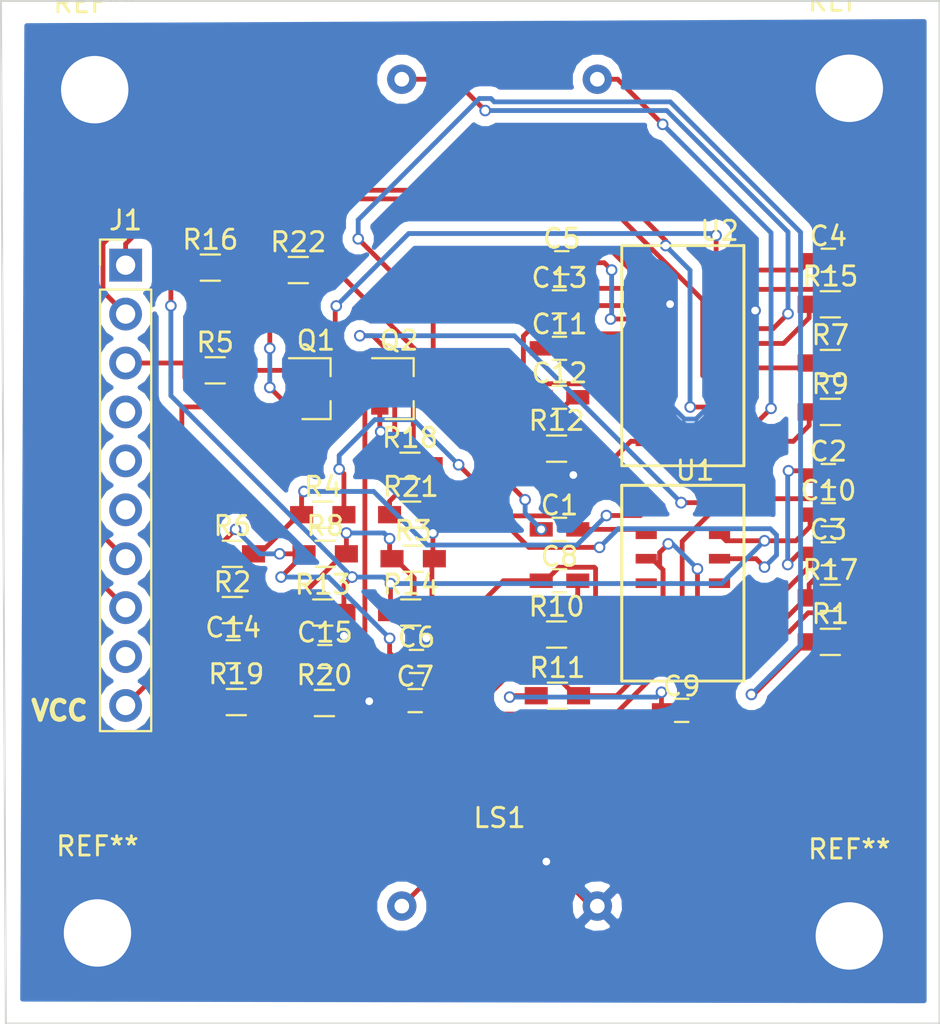
<source format=kicad_pcb>
(kicad_pcb (version 4) (host pcbnew 4.0.7)

  (general
    (links 82)
    (no_connects 0)
    (area 85.135149 78.789 140.602272 135.3944)
    (thickness 1.6)
    (drawings 5)
    (tracks 464)
    (zones 0)
    (modules 48)
    (nets 43)
  )

  (page A4)
  (title_block
    (title "Analog Ultrasonic Sensor")
  )

  (layers
    (0 F.Cu signal hide)
    (31 B.Cu signal hide)
    (32 B.Adhes user hide)
    (33 F.Adhes user hide)
    (34 B.Paste user hide)
    (35 F.Paste user)
    (36 B.SilkS user hide)
    (37 F.SilkS user)
    (38 B.Mask user hide)
    (39 F.Mask user hide)
    (40 Dwgs.User user hide)
    (41 Cmts.User user)
    (42 Eco1.User user)
    (43 Eco2.User user)
    (44 Edge.Cuts user)
    (45 Margin user)
    (46 B.CrtYd user hide)
    (47 F.CrtYd user)
    (48 B.Fab user)
    (49 F.Fab user hide)
  )

  (setup
    (last_trace_width 0.25)
    (trace_clearance 0.2)
    (zone_clearance 0.508)
    (zone_45_only no)
    (trace_min 0.2)
    (segment_width 0.2)
    (edge_width 0.1)
    (via_size 0.6)
    (via_drill 0.4)
    (via_min_size 0.4)
    (via_min_drill 0.3)
    (uvia_size 0.3)
    (uvia_drill 0.1)
    (uvias_allowed no)
    (uvia_min_size 0.2)
    (uvia_min_drill 0.1)
    (pcb_text_width 0.3)
    (pcb_text_size 1.5 1.5)
    (mod_edge_width 0.15)
    (mod_text_size 1 1)
    (mod_text_width 0.15)
    (pad_size 1.5 1.5)
    (pad_drill 0.6)
    (pad_to_mask_clearance 0)
    (aux_axis_origin 0 0)
    (visible_elements FFFFFF7F)
    (pcbplotparams
      (layerselection 0x010e0_80000001)
      (usegerberextensions false)
      (excludeedgelayer true)
      (linewidth 0.100000)
      (plotframeref false)
      (viasonmask false)
      (mode 1)
      (useauxorigin false)
      (hpglpennumber 1)
      (hpglpenspeed 20)
      (hpglpendiameter 15)
      (hpglpenoverlay 2)
      (psnegative false)
      (psa4output false)
      (plotreference true)
      (plotvalue true)
      (plotinvisibletext false)
      (padsonsilk false)
      (subtractmaskfromsilk false)
      (outputformat 1)
      (mirror false)
      (drillshape 0)
      (scaleselection 1)
      (outputdirectory "/Users/Rachel/Google Drive/analog_anemometer/"))
  )

  (net 0 "")
  (net 1 "Net-(C1-Pad1)")
  (net 2 "Net-(C1-Pad2)")
  (net 3 "Net-(C2-Pad1)")
  (net 4 GND)
  (net 5 "Net-(C4-Pad1)")
  (net 6 "Net-(C5-Pad1)")
  (net 7 "Net-(C5-Pad2)")
  (net 8 "Net-(C6-Pad1)")
  (net 9 "Net-(C6-Pad2)")
  (net 10 "Net-(C7-Pad2)")
  (net 11 "Net-(C9-Pad1)")
  (net 12 "Net-(C9-Pad2)")
  (net 13 "Net-(C10-Pad1)")
  (net 14 "Net-(C11-Pad1)")
  (net 15 "Net-(C11-Pad2)")
  (net 16 "Net-(C12-Pad1)")
  (net 17 "Net-(C13-Pad1)")
  (net 18 VCC)
  (net 19 "Net-(LS1-Pad1)")
  (net 20 "Net-(LS2-Pad1)")
  (net 21 "Net-(LS2-Pad2)")
  (net 22 "Net-(Q1-Pad1)")
  (net 23 "Net-(Q2-Pad1)")
  (net 24 "Net-(J1-Pad2)")
  (net 25 "Net-(R4-Pad1)")
  (net 26 "Net-(J1-Pad3)")
  (net 27 "Net-(J1-Pad1)")
  (net 28 "Net-(R17-Pad1)")
  (net 29 "Net-(R18-Pad2)")
  (net 30 "Net-(R19-Pad1)")
  (net 31 "Net-(U1-Pad4)")
  (net 32 "Net-(U1-Pad11)")
  (net 33 "Net-(J1-Pad4)")
  (net 34 "Net-(J1-Pad5)")
  (net 35 "Net-(J1-Pad6)")
  (net 36 "Net-(J1-Pad7)")
  (net 37 "Net-(J1-Pad8)")
  (net 38 "Net-(J1-Pad9)")
  (net 39 "Net-(R7-Pad1)")
  (net 40 "Net-(R9-Pad1)")
  (net 41 "Net-(R12-Pad1)")
  (net 42 "Net-(R15-Pad1)")

  (net_class Default "This is the default net class."
    (clearance 0.2)
    (trace_width 0.25)
    (via_dia 0.6)
    (via_drill 0.4)
    (uvia_dia 0.3)
    (uvia_drill 0.1)
    (add_net GND)
    (add_net "Net-(C1-Pad1)")
    (add_net "Net-(C1-Pad2)")
    (add_net "Net-(C10-Pad1)")
    (add_net "Net-(C11-Pad1)")
    (add_net "Net-(C11-Pad2)")
    (add_net "Net-(C12-Pad1)")
    (add_net "Net-(C13-Pad1)")
    (add_net "Net-(C2-Pad1)")
    (add_net "Net-(C4-Pad1)")
    (add_net "Net-(C5-Pad1)")
    (add_net "Net-(C5-Pad2)")
    (add_net "Net-(C6-Pad1)")
    (add_net "Net-(C6-Pad2)")
    (add_net "Net-(C7-Pad2)")
    (add_net "Net-(C9-Pad1)")
    (add_net "Net-(C9-Pad2)")
    (add_net "Net-(J1-Pad1)")
    (add_net "Net-(J1-Pad2)")
    (add_net "Net-(J1-Pad3)")
    (add_net "Net-(J1-Pad4)")
    (add_net "Net-(J1-Pad5)")
    (add_net "Net-(J1-Pad6)")
    (add_net "Net-(J1-Pad7)")
    (add_net "Net-(J1-Pad8)")
    (add_net "Net-(J1-Pad9)")
    (add_net "Net-(LS1-Pad1)")
    (add_net "Net-(LS2-Pad1)")
    (add_net "Net-(LS2-Pad2)")
    (add_net "Net-(Q1-Pad1)")
    (add_net "Net-(Q2-Pad1)")
    (add_net "Net-(R12-Pad1)")
    (add_net "Net-(R15-Pad1)")
    (add_net "Net-(R17-Pad1)")
    (add_net "Net-(R18-Pad2)")
    (add_net "Net-(R19-Pad1)")
    (add_net "Net-(R4-Pad1)")
    (add_net "Net-(R7-Pad1)")
    (add_net "Net-(R9-Pad1)")
    (add_net "Net-(U1-Pad11)")
    (add_net "Net-(U1-Pad4)")
    (add_net VCC)
  )

  (module Capacitors_SMD:C_0603_HandSoldering (layer F.Cu) (tedit 58AA848B) (tstamp 5A382E0A)
    (at 117.414 108.712)
    (descr "Capacitor SMD 0603, hand soldering")
    (tags "capacitor 0603")
    (path /59D41B18)
    (attr smd)
    (fp_text reference C1 (at 0 -1.25) (layer F.SilkS)
      (effects (font (size 1 1) (thickness 0.15)))
    )
    (fp_text value 10n (at 0 1.5) (layer F.Fab)
      (effects (font (size 1 1) (thickness 0.15)))
    )
    (fp_text user %R (at 0 -1.25) (layer F.Fab)
      (effects (font (size 1 1) (thickness 0.15)))
    )
    (fp_line (start -0.8 0.4) (end -0.8 -0.4) (layer F.Fab) (width 0.1))
    (fp_line (start 0.8 0.4) (end -0.8 0.4) (layer F.Fab) (width 0.1))
    (fp_line (start 0.8 -0.4) (end 0.8 0.4) (layer F.Fab) (width 0.1))
    (fp_line (start -0.8 -0.4) (end 0.8 -0.4) (layer F.Fab) (width 0.1))
    (fp_line (start -0.35 -0.6) (end 0.35 -0.6) (layer F.SilkS) (width 0.12))
    (fp_line (start 0.35 0.6) (end -0.35 0.6) (layer F.SilkS) (width 0.12))
    (fp_line (start -1.8 -0.65) (end 1.8 -0.65) (layer F.CrtYd) (width 0.05))
    (fp_line (start -1.8 -0.65) (end -1.8 0.65) (layer F.CrtYd) (width 0.05))
    (fp_line (start 1.8 0.65) (end 1.8 -0.65) (layer F.CrtYd) (width 0.05))
    (fp_line (start 1.8 0.65) (end -1.8 0.65) (layer F.CrtYd) (width 0.05))
    (pad 1 smd rect (at -0.95 0) (size 1.2 0.75) (layers F.Cu F.Paste F.Mask)
      (net 1 "Net-(C1-Pad1)"))
    (pad 2 smd rect (at 0.95 0) (size 1.2 0.75) (layers F.Cu F.Paste F.Mask)
      (net 2 "Net-(C1-Pad2)"))
    (model Capacitors_SMD.3dshapes/C_0603.wrl
      (at (xyz 0 0 0))
      (scale (xyz 1 1 1))
      (rotate (xyz 0 0 0))
    )
  )

  (module Capacitors_SMD:C_0603_HandSoldering (layer F.Cu) (tedit 58AA848B) (tstamp 5A382E10)
    (at 131.384 105.918)
    (descr "Capacitor SMD 0603, hand soldering")
    (tags "capacitor 0603")
    (path /59D4435F)
    (attr smd)
    (fp_text reference C2 (at 0 -1.25) (layer F.SilkS)
      (effects (font (size 1 1) (thickness 0.15)))
    )
    (fp_text value 1u2 (at 0 1.5) (layer F.Fab)
      (effects (font (size 1 1) (thickness 0.15)))
    )
    (fp_text user %R (at 0 -1.25) (layer F.Fab)
      (effects (font (size 1 1) (thickness 0.15)))
    )
    (fp_line (start -0.8 0.4) (end -0.8 -0.4) (layer F.Fab) (width 0.1))
    (fp_line (start 0.8 0.4) (end -0.8 0.4) (layer F.Fab) (width 0.1))
    (fp_line (start 0.8 -0.4) (end 0.8 0.4) (layer F.Fab) (width 0.1))
    (fp_line (start -0.8 -0.4) (end 0.8 -0.4) (layer F.Fab) (width 0.1))
    (fp_line (start -0.35 -0.6) (end 0.35 -0.6) (layer F.SilkS) (width 0.12))
    (fp_line (start 0.35 0.6) (end -0.35 0.6) (layer F.SilkS) (width 0.12))
    (fp_line (start -1.8 -0.65) (end 1.8 -0.65) (layer F.CrtYd) (width 0.05))
    (fp_line (start -1.8 -0.65) (end -1.8 0.65) (layer F.CrtYd) (width 0.05))
    (fp_line (start 1.8 0.65) (end 1.8 -0.65) (layer F.CrtYd) (width 0.05))
    (fp_line (start 1.8 0.65) (end -1.8 0.65) (layer F.CrtYd) (width 0.05))
    (pad 1 smd rect (at -0.95 0) (size 1.2 0.75) (layers F.Cu F.Paste F.Mask)
      (net 3 "Net-(C2-Pad1)"))
    (pad 2 smd rect (at 0.95 0) (size 1.2 0.75) (layers F.Cu F.Paste F.Mask)
      (net 4 GND))
    (model Capacitors_SMD.3dshapes/C_0603.wrl
      (at (xyz 0 0 0))
      (scale (xyz 1 1 1))
      (rotate (xyz 0 0 0))
    )
  )

  (module Capacitors_SMD:C_0603_HandSoldering (layer F.Cu) (tedit 58AA848B) (tstamp 5A382E16)
    (at 131.384 109.982)
    (descr "Capacitor SMD 0603, hand soldering")
    (tags "capacitor 0603")
    (path /59D4441E)
    (attr smd)
    (fp_text reference C3 (at 0 -1.25) (layer F.SilkS)
      (effects (font (size 1 1) (thickness 0.15)))
    )
    (fp_text value 150n (at 0 1.5) (layer F.Fab)
      (effects (font (size 1 1) (thickness 0.15)))
    )
    (fp_text user %R (at 0 -1.25) (layer F.Fab)
      (effects (font (size 1 1) (thickness 0.15)))
    )
    (fp_line (start -0.8 0.4) (end -0.8 -0.4) (layer F.Fab) (width 0.1))
    (fp_line (start 0.8 0.4) (end -0.8 0.4) (layer F.Fab) (width 0.1))
    (fp_line (start 0.8 -0.4) (end 0.8 0.4) (layer F.Fab) (width 0.1))
    (fp_line (start -0.8 -0.4) (end 0.8 -0.4) (layer F.Fab) (width 0.1))
    (fp_line (start -0.35 -0.6) (end 0.35 -0.6) (layer F.SilkS) (width 0.12))
    (fp_line (start 0.35 0.6) (end -0.35 0.6) (layer F.SilkS) (width 0.12))
    (fp_line (start -1.8 -0.65) (end 1.8 -0.65) (layer F.CrtYd) (width 0.05))
    (fp_line (start -1.8 -0.65) (end -1.8 0.65) (layer F.CrtYd) (width 0.05))
    (fp_line (start 1.8 0.65) (end 1.8 -0.65) (layer F.CrtYd) (width 0.05))
    (fp_line (start 1.8 0.65) (end -1.8 0.65) (layer F.CrtYd) (width 0.05))
    (pad 1 smd rect (at -0.95 0) (size 1.2 0.75) (layers F.Cu F.Paste F.Mask)
      (net 3 "Net-(C2-Pad1)"))
    (pad 2 smd rect (at 0.95 0) (size 1.2 0.75) (layers F.Cu F.Paste F.Mask)
      (net 4 GND))
    (model Capacitors_SMD.3dshapes/C_0603.wrl
      (at (xyz 0 0 0))
      (scale (xyz 1 1 1))
      (rotate (xyz 0 0 0))
    )
  )

  (module Capacitors_SMD:C_0603_HandSoldering (layer F.Cu) (tedit 58AA848B) (tstamp 5A382E1C)
    (at 131.384 94.742)
    (descr "Capacitor SMD 0603, hand soldering")
    (tags "capacitor 0603")
    (path /59CEAF16)
    (attr smd)
    (fp_text reference C4 (at 0 -1.25) (layer F.SilkS)
      (effects (font (size 1 1) (thickness 0.15)))
    )
    (fp_text value 10uF (at 0 1.5) (layer F.Fab)
      (effects (font (size 1 1) (thickness 0.15)))
    )
    (fp_text user %R (at 0 -1.25) (layer F.Fab)
      (effects (font (size 1 1) (thickness 0.15)))
    )
    (fp_line (start -0.8 0.4) (end -0.8 -0.4) (layer F.Fab) (width 0.1))
    (fp_line (start 0.8 0.4) (end -0.8 0.4) (layer F.Fab) (width 0.1))
    (fp_line (start 0.8 -0.4) (end 0.8 0.4) (layer F.Fab) (width 0.1))
    (fp_line (start -0.8 -0.4) (end 0.8 -0.4) (layer F.Fab) (width 0.1))
    (fp_line (start -0.35 -0.6) (end 0.35 -0.6) (layer F.SilkS) (width 0.12))
    (fp_line (start 0.35 0.6) (end -0.35 0.6) (layer F.SilkS) (width 0.12))
    (fp_line (start -1.8 -0.65) (end 1.8 -0.65) (layer F.CrtYd) (width 0.05))
    (fp_line (start -1.8 -0.65) (end -1.8 0.65) (layer F.CrtYd) (width 0.05))
    (fp_line (start 1.8 0.65) (end 1.8 -0.65) (layer F.CrtYd) (width 0.05))
    (fp_line (start 1.8 0.65) (end -1.8 0.65) (layer F.CrtYd) (width 0.05))
    (pad 1 smd rect (at -0.95 0) (size 1.2 0.75) (layers F.Cu F.Paste F.Mask)
      (net 5 "Net-(C4-Pad1)"))
    (pad 2 smd rect (at 0.95 0) (size 1.2 0.75) (layers F.Cu F.Paste F.Mask)
      (net 4 GND))
    (model Capacitors_SMD.3dshapes/C_0603.wrl
      (at (xyz 0 0 0))
      (scale (xyz 1 1 1))
      (rotate (xyz 0 0 0))
    )
  )

  (module Capacitors_SMD:C_0603_HandSoldering (layer F.Cu) (tedit 58AA848B) (tstamp 5A382E22)
    (at 117.536 94.869)
    (descr "Capacitor SMD 0603, hand soldering")
    (tags "capacitor 0603")
    (path /59CEAFB9)
    (attr smd)
    (fp_text reference C5 (at 0 -1.25) (layer F.SilkS)
      (effects (font (size 1 1) (thickness 0.15)))
    )
    (fp_text value 1uF (at 0 1.5) (layer F.Fab)
      (effects (font (size 1 1) (thickness 0.15)))
    )
    (fp_text user %R (at 0 -1.25) (layer F.Fab)
      (effects (font (size 1 1) (thickness 0.15)))
    )
    (fp_line (start -0.8 0.4) (end -0.8 -0.4) (layer F.Fab) (width 0.1))
    (fp_line (start 0.8 0.4) (end -0.8 0.4) (layer F.Fab) (width 0.1))
    (fp_line (start 0.8 -0.4) (end 0.8 0.4) (layer F.Fab) (width 0.1))
    (fp_line (start -0.8 -0.4) (end 0.8 -0.4) (layer F.Fab) (width 0.1))
    (fp_line (start -0.35 -0.6) (end 0.35 -0.6) (layer F.SilkS) (width 0.12))
    (fp_line (start 0.35 0.6) (end -0.35 0.6) (layer F.SilkS) (width 0.12))
    (fp_line (start -1.8 -0.65) (end 1.8 -0.65) (layer F.CrtYd) (width 0.05))
    (fp_line (start -1.8 -0.65) (end -1.8 0.65) (layer F.CrtYd) (width 0.05))
    (fp_line (start 1.8 0.65) (end 1.8 -0.65) (layer F.CrtYd) (width 0.05))
    (fp_line (start 1.8 0.65) (end -1.8 0.65) (layer F.CrtYd) (width 0.05))
    (pad 1 smd rect (at -0.95 0) (size 1.2 0.75) (layers F.Cu F.Paste F.Mask)
      (net 6 "Net-(C5-Pad1)"))
    (pad 2 smd rect (at 0.95 0) (size 1.2 0.75) (layers F.Cu F.Paste F.Mask)
      (net 7 "Net-(C5-Pad2)"))
    (model Capacitors_SMD.3dshapes/C_0603.wrl
      (at (xyz 0 0 0))
      (scale (xyz 1 1 1))
      (rotate (xyz 0 0 0))
    )
  )

  (module Capacitors_SMD:C_0603_HandSoldering (layer F.Cu) (tedit 58AA848B) (tstamp 5A382E28)
    (at 109.982 115.57)
    (descr "Capacitor SMD 0603, hand soldering")
    (tags "capacitor 0603")
    (path /59D40E12)
    (attr smd)
    (fp_text reference C6 (at 0 -1.25) (layer F.SilkS)
      (effects (font (size 1 1) (thickness 0.15)))
    )
    (fp_text value 1n (at 0 1.5) (layer F.Fab)
      (effects (font (size 1 1) (thickness 0.15)))
    )
    (fp_text user %R (at 0 -1.25) (layer F.Fab)
      (effects (font (size 1 1) (thickness 0.15)))
    )
    (fp_line (start -0.8 0.4) (end -0.8 -0.4) (layer F.Fab) (width 0.1))
    (fp_line (start 0.8 0.4) (end -0.8 0.4) (layer F.Fab) (width 0.1))
    (fp_line (start 0.8 -0.4) (end 0.8 0.4) (layer F.Fab) (width 0.1))
    (fp_line (start -0.8 -0.4) (end 0.8 -0.4) (layer F.Fab) (width 0.1))
    (fp_line (start -0.35 -0.6) (end 0.35 -0.6) (layer F.SilkS) (width 0.12))
    (fp_line (start 0.35 0.6) (end -0.35 0.6) (layer F.SilkS) (width 0.12))
    (fp_line (start -1.8 -0.65) (end 1.8 -0.65) (layer F.CrtYd) (width 0.05))
    (fp_line (start -1.8 -0.65) (end -1.8 0.65) (layer F.CrtYd) (width 0.05))
    (fp_line (start 1.8 0.65) (end 1.8 -0.65) (layer F.CrtYd) (width 0.05))
    (fp_line (start 1.8 0.65) (end -1.8 0.65) (layer F.CrtYd) (width 0.05))
    (pad 1 smd rect (at -0.95 0) (size 1.2 0.75) (layers F.Cu F.Paste F.Mask)
      (net 8 "Net-(C6-Pad1)"))
    (pad 2 smd rect (at 0.95 0) (size 1.2 0.75) (layers F.Cu F.Paste F.Mask)
      (net 9 "Net-(C6-Pad2)"))
    (model Capacitors_SMD.3dshapes/C_0603.wrl
      (at (xyz 0 0 0))
      (scale (xyz 1 1 1))
      (rotate (xyz 0 0 0))
    )
  )

  (module Capacitors_SMD:C_0603_HandSoldering (layer F.Cu) (tedit 58AA848B) (tstamp 5A382E2E)
    (at 109.916 117.602)
    (descr "Capacitor SMD 0603, hand soldering")
    (tags "capacitor 0603")
    (path /59D400EF)
    (attr smd)
    (fp_text reference C7 (at 0 -1.25) (layer F.SilkS)
      (effects (font (size 1 1) (thickness 0.15)))
    )
    (fp_text value 1n (at 0 1.5) (layer F.Fab)
      (effects (font (size 1 1) (thickness 0.15)))
    )
    (fp_text user %R (at 0 -1.25) (layer F.Fab)
      (effects (font (size 1 1) (thickness 0.15)))
    )
    (fp_line (start -0.8 0.4) (end -0.8 -0.4) (layer F.Fab) (width 0.1))
    (fp_line (start 0.8 0.4) (end -0.8 0.4) (layer F.Fab) (width 0.1))
    (fp_line (start 0.8 -0.4) (end 0.8 0.4) (layer F.Fab) (width 0.1))
    (fp_line (start -0.8 -0.4) (end 0.8 -0.4) (layer F.Fab) (width 0.1))
    (fp_line (start -0.35 -0.6) (end 0.35 -0.6) (layer F.SilkS) (width 0.12))
    (fp_line (start 0.35 0.6) (end -0.35 0.6) (layer F.SilkS) (width 0.12))
    (fp_line (start -1.8 -0.65) (end 1.8 -0.65) (layer F.CrtYd) (width 0.05))
    (fp_line (start -1.8 -0.65) (end -1.8 0.65) (layer F.CrtYd) (width 0.05))
    (fp_line (start 1.8 0.65) (end 1.8 -0.65) (layer F.CrtYd) (width 0.05))
    (fp_line (start 1.8 0.65) (end -1.8 0.65) (layer F.CrtYd) (width 0.05))
    (pad 1 smd rect (at -0.95 0) (size 1.2 0.75) (layers F.Cu F.Paste F.Mask)
      (net 8 "Net-(C6-Pad1)"))
    (pad 2 smd rect (at 0.95 0) (size 1.2 0.75) (layers F.Cu F.Paste F.Mask)
      (net 10 "Net-(C7-Pad2)"))
    (model Capacitors_SMD.3dshapes/C_0603.wrl
      (at (xyz 0 0 0))
      (scale (xyz 1 1 1))
      (rotate (xyz 0 0 0))
    )
  )

  (module Capacitors_SMD:C_0603_HandSoldering (layer F.Cu) (tedit 58AA848B) (tstamp 5A382E34)
    (at 117.414 111.379)
    (descr "Capacitor SMD 0603, hand soldering")
    (tags "capacitor 0603")
    (path /59D3FFF9)
    (attr smd)
    (fp_text reference C8 (at 0 -1.25) (layer F.SilkS)
      (effects (font (size 1 1) (thickness 0.15)))
    )
    (fp_text value 12p (at 0 1.5) (layer F.Fab)
      (effects (font (size 1 1) (thickness 0.15)))
    )
    (fp_text user %R (at 0 -1.25) (layer F.Fab)
      (effects (font (size 1 1) (thickness 0.15)))
    )
    (fp_line (start -0.8 0.4) (end -0.8 -0.4) (layer F.Fab) (width 0.1))
    (fp_line (start 0.8 0.4) (end -0.8 0.4) (layer F.Fab) (width 0.1))
    (fp_line (start 0.8 -0.4) (end 0.8 0.4) (layer F.Fab) (width 0.1))
    (fp_line (start -0.8 -0.4) (end 0.8 -0.4) (layer F.Fab) (width 0.1))
    (fp_line (start -0.35 -0.6) (end 0.35 -0.6) (layer F.SilkS) (width 0.12))
    (fp_line (start 0.35 0.6) (end -0.35 0.6) (layer F.SilkS) (width 0.12))
    (fp_line (start -1.8 -0.65) (end 1.8 -0.65) (layer F.CrtYd) (width 0.05))
    (fp_line (start -1.8 -0.65) (end -1.8 0.65) (layer F.CrtYd) (width 0.05))
    (fp_line (start 1.8 0.65) (end 1.8 -0.65) (layer F.CrtYd) (width 0.05))
    (fp_line (start 1.8 0.65) (end -1.8 0.65) (layer F.CrtYd) (width 0.05))
    (pad 1 smd rect (at -0.95 0) (size 1.2 0.75) (layers F.Cu F.Paste F.Mask)
      (net 9 "Net-(C6-Pad2)"))
    (pad 2 smd rect (at 0.95 0) (size 1.2 0.75) (layers F.Cu F.Paste F.Mask)
      (net 10 "Net-(C7-Pad2)"))
    (model Capacitors_SMD.3dshapes/C_0603.wrl
      (at (xyz 0 0 0))
      (scale (xyz 1 1 1))
      (rotate (xyz 0 0 0))
    )
  )

  (module Capacitors_SMD:C_0603_HandSoldering (layer F.Cu) (tedit 58AA848B) (tstamp 5A382E3A)
    (at 123.764 118.11)
    (descr "Capacitor SMD 0603, hand soldering")
    (tags "capacitor 0603")
    (path /59D3F7B3)
    (attr smd)
    (fp_text reference C9 (at 0 -1.25) (layer F.SilkS)
      (effects (font (size 1 1) (thickness 0.15)))
    )
    (fp_text value 10n (at 0 1.5) (layer F.Fab)
      (effects (font (size 1 1) (thickness 0.15)))
    )
    (fp_text user %R (at 0 -1.25) (layer F.Fab)
      (effects (font (size 1 1) (thickness 0.15)))
    )
    (fp_line (start -0.8 0.4) (end -0.8 -0.4) (layer F.Fab) (width 0.1))
    (fp_line (start 0.8 0.4) (end -0.8 0.4) (layer F.Fab) (width 0.1))
    (fp_line (start 0.8 -0.4) (end 0.8 0.4) (layer F.Fab) (width 0.1))
    (fp_line (start -0.8 -0.4) (end 0.8 -0.4) (layer F.Fab) (width 0.1))
    (fp_line (start -0.35 -0.6) (end 0.35 -0.6) (layer F.SilkS) (width 0.12))
    (fp_line (start 0.35 0.6) (end -0.35 0.6) (layer F.SilkS) (width 0.12))
    (fp_line (start -1.8 -0.65) (end 1.8 -0.65) (layer F.CrtYd) (width 0.05))
    (fp_line (start -1.8 -0.65) (end -1.8 0.65) (layer F.CrtYd) (width 0.05))
    (fp_line (start 1.8 0.65) (end 1.8 -0.65) (layer F.CrtYd) (width 0.05))
    (fp_line (start 1.8 0.65) (end -1.8 0.65) (layer F.CrtYd) (width 0.05))
    (pad 1 smd rect (at -0.95 0) (size 1.2 0.75) (layers F.Cu F.Paste F.Mask)
      (net 11 "Net-(C9-Pad1)"))
    (pad 2 smd rect (at 0.95 0) (size 1.2 0.75) (layers F.Cu F.Paste F.Mask)
      (net 12 "Net-(C9-Pad2)"))
    (model Capacitors_SMD.3dshapes/C_0603.wrl
      (at (xyz 0 0 0))
      (scale (xyz 1 1 1))
      (rotate (xyz 0 0 0))
    )
  )

  (module Capacitors_SMD:C_0603_HandSoldering (layer F.Cu) (tedit 58AA848B) (tstamp 5A382E40)
    (at 131.384 107.95)
    (descr "Capacitor SMD 0603, hand soldering")
    (tags "capacitor 0603")
    (path /59CF046B)
    (attr smd)
    (fp_text reference C10 (at 0 -1.25) (layer F.SilkS)
      (effects (font (size 1 1) (thickness 0.15)))
    )
    (fp_text value CP1_Small (at 0 1.5) (layer F.Fab)
      (effects (font (size 1 1) (thickness 0.15)))
    )
    (fp_text user %R (at 0 -1.25) (layer F.Fab)
      (effects (font (size 1 1) (thickness 0.15)))
    )
    (fp_line (start -0.8 0.4) (end -0.8 -0.4) (layer F.Fab) (width 0.1))
    (fp_line (start 0.8 0.4) (end -0.8 0.4) (layer F.Fab) (width 0.1))
    (fp_line (start 0.8 -0.4) (end 0.8 0.4) (layer F.Fab) (width 0.1))
    (fp_line (start -0.8 -0.4) (end 0.8 -0.4) (layer F.Fab) (width 0.1))
    (fp_line (start -0.35 -0.6) (end 0.35 -0.6) (layer F.SilkS) (width 0.12))
    (fp_line (start 0.35 0.6) (end -0.35 0.6) (layer F.SilkS) (width 0.12))
    (fp_line (start -1.8 -0.65) (end 1.8 -0.65) (layer F.CrtYd) (width 0.05))
    (fp_line (start -1.8 -0.65) (end -1.8 0.65) (layer F.CrtYd) (width 0.05))
    (fp_line (start 1.8 0.65) (end 1.8 -0.65) (layer F.CrtYd) (width 0.05))
    (fp_line (start 1.8 0.65) (end -1.8 0.65) (layer F.CrtYd) (width 0.05))
    (pad 1 smd rect (at -0.95 0) (size 1.2 0.75) (layers F.Cu F.Paste F.Mask)
      (net 13 "Net-(C10-Pad1)"))
    (pad 2 smd rect (at 0.95 0) (size 1.2 0.75) (layers F.Cu F.Paste F.Mask)
      (net 4 GND))
    (model Capacitors_SMD.3dshapes/C_0603.wrl
      (at (xyz 0 0 0))
      (scale (xyz 1 1 1))
      (rotate (xyz 0 0 0))
    )
  )

  (module Capacitors_SMD:C_0603_HandSoldering (layer F.Cu) (tedit 58AA848B) (tstamp 5A382E46)
    (at 117.414 99.314)
    (descr "Capacitor SMD 0603, hand soldering")
    (tags "capacitor 0603")
    (path /59CEB005)
    (attr smd)
    (fp_text reference C11 (at 0 -1.25) (layer F.SilkS)
      (effects (font (size 1 1) (thickness 0.15)))
    )
    (fp_text value 1uF (at 0 1.5) (layer F.Fab)
      (effects (font (size 1 1) (thickness 0.15)))
    )
    (fp_text user %R (at 0 -1.25) (layer F.Fab)
      (effects (font (size 1 1) (thickness 0.15)))
    )
    (fp_line (start -0.8 0.4) (end -0.8 -0.4) (layer F.Fab) (width 0.1))
    (fp_line (start 0.8 0.4) (end -0.8 0.4) (layer F.Fab) (width 0.1))
    (fp_line (start 0.8 -0.4) (end 0.8 0.4) (layer F.Fab) (width 0.1))
    (fp_line (start -0.8 -0.4) (end 0.8 -0.4) (layer F.Fab) (width 0.1))
    (fp_line (start -0.35 -0.6) (end 0.35 -0.6) (layer F.SilkS) (width 0.12))
    (fp_line (start 0.35 0.6) (end -0.35 0.6) (layer F.SilkS) (width 0.12))
    (fp_line (start -1.8 -0.65) (end 1.8 -0.65) (layer F.CrtYd) (width 0.05))
    (fp_line (start -1.8 -0.65) (end -1.8 0.65) (layer F.CrtYd) (width 0.05))
    (fp_line (start 1.8 0.65) (end 1.8 -0.65) (layer F.CrtYd) (width 0.05))
    (fp_line (start 1.8 0.65) (end -1.8 0.65) (layer F.CrtYd) (width 0.05))
    (pad 1 smd rect (at -0.95 0) (size 1.2 0.75) (layers F.Cu F.Paste F.Mask)
      (net 14 "Net-(C11-Pad1)"))
    (pad 2 smd rect (at 0.95 0) (size 1.2 0.75) (layers F.Cu F.Paste F.Mask)
      (net 15 "Net-(C11-Pad2)"))
    (model Capacitors_SMD.3dshapes/C_0603.wrl
      (at (xyz 0 0 0))
      (scale (xyz 1 1 1))
      (rotate (xyz 0 0 0))
    )
  )

  (module Capacitors_SMD:C_0603_HandSoldering (layer F.Cu) (tedit 58AA848B) (tstamp 5A382E4C)
    (at 117.414 101.854)
    (descr "Capacitor SMD 0603, hand soldering")
    (tags "capacitor 0603")
    (path /59CEAE20)
    (attr smd)
    (fp_text reference C12 (at 0 -1.25) (layer F.SilkS)
      (effects (font (size 1 1) (thickness 0.15)))
    )
    (fp_text value 1uF (at 0 1.5) (layer F.Fab)
      (effects (font (size 1 1) (thickness 0.15)))
    )
    (fp_text user %R (at 0 -1.25) (layer F.Fab)
      (effects (font (size 1 1) (thickness 0.15)))
    )
    (fp_line (start -0.8 0.4) (end -0.8 -0.4) (layer F.Fab) (width 0.1))
    (fp_line (start 0.8 0.4) (end -0.8 0.4) (layer F.Fab) (width 0.1))
    (fp_line (start 0.8 -0.4) (end 0.8 0.4) (layer F.Fab) (width 0.1))
    (fp_line (start -0.8 -0.4) (end 0.8 -0.4) (layer F.Fab) (width 0.1))
    (fp_line (start -0.35 -0.6) (end 0.35 -0.6) (layer F.SilkS) (width 0.12))
    (fp_line (start 0.35 0.6) (end -0.35 0.6) (layer F.SilkS) (width 0.12))
    (fp_line (start -1.8 -0.65) (end 1.8 -0.65) (layer F.CrtYd) (width 0.05))
    (fp_line (start -1.8 -0.65) (end -1.8 0.65) (layer F.CrtYd) (width 0.05))
    (fp_line (start 1.8 0.65) (end 1.8 -0.65) (layer F.CrtYd) (width 0.05))
    (fp_line (start 1.8 0.65) (end -1.8 0.65) (layer F.CrtYd) (width 0.05))
    (pad 1 smd rect (at -0.95 0) (size 1.2 0.75) (layers F.Cu F.Paste F.Mask)
      (net 16 "Net-(C12-Pad1)"))
    (pad 2 smd rect (at 0.95 0) (size 1.2 0.75) (layers F.Cu F.Paste F.Mask)
      (net 4 GND))
    (model Capacitors_SMD.3dshapes/C_0603.wrl
      (at (xyz 0 0 0))
      (scale (xyz 1 1 1))
      (rotate (xyz 0 0 0))
    )
  )

  (module Capacitors_SMD:C_0603_HandSoldering (layer F.Cu) (tedit 58AA848B) (tstamp 5A382E52)
    (at 117.409 96.901)
    (descr "Capacitor SMD 0603, hand soldering")
    (tags "capacitor 0603")
    (path /59CEAE90)
    (attr smd)
    (fp_text reference C13 (at 0 -1.25) (layer F.SilkS)
      (effects (font (size 1 1) (thickness 0.15)))
    )
    (fp_text value 1uF (at 0 1.5) (layer F.Fab)
      (effects (font (size 1 1) (thickness 0.15)))
    )
    (fp_text user %R (at 0 -1.25) (layer F.Fab)
      (effects (font (size 1 1) (thickness 0.15)))
    )
    (fp_line (start -0.8 0.4) (end -0.8 -0.4) (layer F.Fab) (width 0.1))
    (fp_line (start 0.8 0.4) (end -0.8 0.4) (layer F.Fab) (width 0.1))
    (fp_line (start 0.8 -0.4) (end 0.8 0.4) (layer F.Fab) (width 0.1))
    (fp_line (start -0.8 -0.4) (end 0.8 -0.4) (layer F.Fab) (width 0.1))
    (fp_line (start -0.35 -0.6) (end 0.35 -0.6) (layer F.SilkS) (width 0.12))
    (fp_line (start 0.35 0.6) (end -0.35 0.6) (layer F.SilkS) (width 0.12))
    (fp_line (start -1.8 -0.65) (end 1.8 -0.65) (layer F.CrtYd) (width 0.05))
    (fp_line (start -1.8 -0.65) (end -1.8 0.65) (layer F.CrtYd) (width 0.05))
    (fp_line (start 1.8 0.65) (end 1.8 -0.65) (layer F.CrtYd) (width 0.05))
    (fp_line (start 1.8 0.65) (end -1.8 0.65) (layer F.CrtYd) (width 0.05))
    (pad 1 smd rect (at -0.95 0) (size 1.2 0.75) (layers F.Cu F.Paste F.Mask)
      (net 17 "Net-(C13-Pad1)"))
    (pad 2 smd rect (at 0.95 0) (size 1.2 0.75) (layers F.Cu F.Paste F.Mask)
      (net 4 GND))
    (model Capacitors_SMD.3dshapes/C_0603.wrl
      (at (xyz 0 0 0))
      (scale (xyz 1 1 1))
      (rotate (xyz 0 0 0))
    )
  )

  (module Capacitors_SMD:C_0603_HandSoldering (layer F.Cu) (tedit 58AA848B) (tstamp 5A382E58)
    (at 100.457 115.062)
    (descr "Capacitor SMD 0603, hand soldering")
    (tags "capacitor 0603")
    (path /59CEDE40)
    (attr smd)
    (fp_text reference C14 (at 0 -1.25) (layer F.SilkS)
      (effects (font (size 1 1) (thickness 0.15)))
    )
    (fp_text value 10uF (at 0 1.5) (layer F.Fab)
      (effects (font (size 1 1) (thickness 0.15)))
    )
    (fp_text user %R (at 0 -1.25) (layer F.Fab)
      (effects (font (size 1 1) (thickness 0.15)))
    )
    (fp_line (start -0.8 0.4) (end -0.8 -0.4) (layer F.Fab) (width 0.1))
    (fp_line (start 0.8 0.4) (end -0.8 0.4) (layer F.Fab) (width 0.1))
    (fp_line (start 0.8 -0.4) (end 0.8 0.4) (layer F.Fab) (width 0.1))
    (fp_line (start -0.8 -0.4) (end 0.8 -0.4) (layer F.Fab) (width 0.1))
    (fp_line (start -0.35 -0.6) (end 0.35 -0.6) (layer F.SilkS) (width 0.12))
    (fp_line (start 0.35 0.6) (end -0.35 0.6) (layer F.SilkS) (width 0.12))
    (fp_line (start -1.8 -0.65) (end 1.8 -0.65) (layer F.CrtYd) (width 0.05))
    (fp_line (start -1.8 -0.65) (end -1.8 0.65) (layer F.CrtYd) (width 0.05))
    (fp_line (start 1.8 0.65) (end 1.8 -0.65) (layer F.CrtYd) (width 0.05))
    (fp_line (start 1.8 0.65) (end -1.8 0.65) (layer F.CrtYd) (width 0.05))
    (pad 1 smd rect (at -0.95 0) (size 1.2 0.75) (layers F.Cu F.Paste F.Mask)
      (net 18 VCC))
    (pad 2 smd rect (at 0.95 0) (size 1.2 0.75) (layers F.Cu F.Paste F.Mask)
      (net 4 GND))
    (model Capacitors_SMD.3dshapes/C_0603.wrl
      (at (xyz 0 0 0))
      (scale (xyz 1 1 1))
      (rotate (xyz 0 0 0))
    )
  )

  (module Capacitors_SMD:C_0603_HandSoldering (layer F.Cu) (tedit 58AA848B) (tstamp 5A382E5E)
    (at 105.222 115.316)
    (descr "Capacitor SMD 0603, hand soldering")
    (tags "capacitor 0603")
    (path /59D44F06)
    (attr smd)
    (fp_text reference C15 (at 0 -1.25) (layer F.SilkS)
      (effects (font (size 1 1) (thickness 0.15)))
    )
    (fp_text value 10uF (at 0 1.5) (layer F.Fab)
      (effects (font (size 1 1) (thickness 0.15)))
    )
    (fp_text user %R (at 0 -1.25) (layer F.Fab)
      (effects (font (size 1 1) (thickness 0.15)))
    )
    (fp_line (start -0.8 0.4) (end -0.8 -0.4) (layer F.Fab) (width 0.1))
    (fp_line (start 0.8 0.4) (end -0.8 0.4) (layer F.Fab) (width 0.1))
    (fp_line (start 0.8 -0.4) (end 0.8 0.4) (layer F.Fab) (width 0.1))
    (fp_line (start -0.8 -0.4) (end 0.8 -0.4) (layer F.Fab) (width 0.1))
    (fp_line (start -0.35 -0.6) (end 0.35 -0.6) (layer F.SilkS) (width 0.12))
    (fp_line (start 0.35 0.6) (end -0.35 0.6) (layer F.SilkS) (width 0.12))
    (fp_line (start -1.8 -0.65) (end 1.8 -0.65) (layer F.CrtYd) (width 0.05))
    (fp_line (start -1.8 -0.65) (end -1.8 0.65) (layer F.CrtYd) (width 0.05))
    (fp_line (start 1.8 0.65) (end 1.8 -0.65) (layer F.CrtYd) (width 0.05))
    (fp_line (start 1.8 0.65) (end -1.8 0.65) (layer F.CrtYd) (width 0.05))
    (pad 1 smd rect (at -0.95 0) (size 1.2 0.75) (layers F.Cu F.Paste F.Mask)
      (net 18 VCC))
    (pad 2 smd rect (at 0.95 0) (size 1.2 0.75) (layers F.Cu F.Paste F.Mask)
      (net 4 GND))
    (model Capacitors_SMD.3dshapes/C_0603.wrl
      (at (xyz 0 0 0))
      (scale (xyz 1 1 1))
      (rotate (xyz 0 0 0))
    )
  )

  (module EM78P153S:ultrasonic_speaker (layer F.Cu) (tedit 59D6AB2C) (tstamp 5A382E64)
    (at 114.3 123.19)
    (path /59D42C7F)
    (fp_text reference LS1 (at 0 0.5) (layer F.SilkS)
      (effects (font (size 1 1) (thickness 0.15)))
    )
    (fp_text value Speaker (at 0 -0.5) (layer F.Fab)
      (effects (font (size 1 1) (thickness 0.15)))
    )
    (pad 1 thru_hole circle (at -5.08 5.08) (size 1.524 1.524) (drill 0.762) (layers *.Cu *.Mask)
      (net 19 "Net-(LS1-Pad1)"))
    (pad 2 thru_hole circle (at 5.08 5.08) (size 1.524 1.524) (drill 0.762) (layers *.Cu *.Mask)
      (net 4 GND))
  )

  (module EM78P153S:ultrasonic_speaker (layer F.Cu) (tedit 59D6AB2C) (tstamp 5A382E6A)
    (at 114.3 80.264)
    (path /59CEB175)
    (fp_text reference LS2 (at 0 0.5) (layer F.SilkS)
      (effects (font (size 1 1) (thickness 0.15)))
    )
    (fp_text value Speaker (at 0 -0.5) (layer F.Fab)
      (effects (font (size 1 1) (thickness 0.15)))
    )
    (pad 1 thru_hole circle (at -5.08 5.08) (size 1.524 1.524) (drill 0.762) (layers *.Cu *.Mask)
      (net 20 "Net-(LS2-Pad1)"))
    (pad 2 thru_hole circle (at 5.08 5.08) (size 1.524 1.524) (drill 0.762) (layers *.Cu *.Mask)
      (net 21 "Net-(LS2-Pad2)"))
  )

  (module TO_SOT_Packages_SMD:SOT-23 (layer F.Cu) (tedit 58CE4E7E) (tstamp 5A382E71)
    (at 104.759 101.407)
    (descr "SOT-23, Standard")
    (tags SOT-23)
    (path /59CEBA7D)
    (attr smd)
    (fp_text reference Q1 (at 0 -2.5) (layer F.SilkS)
      (effects (font (size 1 1) (thickness 0.15)))
    )
    (fp_text value BC857 (at 0 2.5) (layer F.Fab)
      (effects (font (size 1 1) (thickness 0.15)))
    )
    (fp_text user %R (at 0 0 90) (layer F.Fab)
      (effects (font (size 0.5 0.5) (thickness 0.075)))
    )
    (fp_line (start -0.7 -0.95) (end -0.7 1.5) (layer F.Fab) (width 0.1))
    (fp_line (start -0.15 -1.52) (end 0.7 -1.52) (layer F.Fab) (width 0.1))
    (fp_line (start -0.7 -0.95) (end -0.15 -1.52) (layer F.Fab) (width 0.1))
    (fp_line (start 0.7 -1.52) (end 0.7 1.52) (layer F.Fab) (width 0.1))
    (fp_line (start -0.7 1.52) (end 0.7 1.52) (layer F.Fab) (width 0.1))
    (fp_line (start 0.76 1.58) (end 0.76 0.65) (layer F.SilkS) (width 0.12))
    (fp_line (start 0.76 -1.58) (end 0.76 -0.65) (layer F.SilkS) (width 0.12))
    (fp_line (start -1.7 -1.75) (end 1.7 -1.75) (layer F.CrtYd) (width 0.05))
    (fp_line (start 1.7 -1.75) (end 1.7 1.75) (layer F.CrtYd) (width 0.05))
    (fp_line (start 1.7 1.75) (end -1.7 1.75) (layer F.CrtYd) (width 0.05))
    (fp_line (start -1.7 1.75) (end -1.7 -1.75) (layer F.CrtYd) (width 0.05))
    (fp_line (start 0.76 -1.58) (end -1.4 -1.58) (layer F.SilkS) (width 0.12))
    (fp_line (start 0.76 1.58) (end -0.7 1.58) (layer F.SilkS) (width 0.12))
    (pad 1 smd rect (at -1 -0.95) (size 0.9 0.8) (layers F.Cu F.Paste F.Mask)
      (net 22 "Net-(Q1-Pad1)"))
    (pad 2 smd rect (at -1 0.95) (size 0.9 0.8) (layers F.Cu F.Paste F.Mask)
      (net 18 VCC))
    (pad 3 smd rect (at 1 0) (size 0.9 0.8) (layers F.Cu F.Paste F.Mask)
      (net 5 "Net-(C4-Pad1)"))
    (model ${KISYS3DMOD}/TO_SOT_Packages_SMD.3dshapes/SOT-23.wrl
      (at (xyz 0 0 0))
      (scale (xyz 1 1 1))
      (rotate (xyz 0 0 0))
    )
  )

  (module TO_SOT_Packages_SMD:SOT-23 (layer F.Cu) (tedit 58CE4E7E) (tstamp 5A382E78)
    (at 109.077 101.407)
    (descr "SOT-23, Standard")
    (tags SOT-23)
    (path /59CF02A0)
    (attr smd)
    (fp_text reference Q2 (at 0 -2.5) (layer F.SilkS)
      (effects (font (size 1 1) (thickness 0.15)))
    )
    (fp_text value BC857 (at 0 2.5) (layer F.Fab)
      (effects (font (size 1 1) (thickness 0.15)))
    )
    (fp_text user %R (at 0 0 90) (layer F.Fab)
      (effects (font (size 0.5 0.5) (thickness 0.075)))
    )
    (fp_line (start -0.7 -0.95) (end -0.7 1.5) (layer F.Fab) (width 0.1))
    (fp_line (start -0.15 -1.52) (end 0.7 -1.52) (layer F.Fab) (width 0.1))
    (fp_line (start -0.7 -0.95) (end -0.15 -1.52) (layer F.Fab) (width 0.1))
    (fp_line (start 0.7 -1.52) (end 0.7 1.52) (layer F.Fab) (width 0.1))
    (fp_line (start -0.7 1.52) (end 0.7 1.52) (layer F.Fab) (width 0.1))
    (fp_line (start 0.76 1.58) (end 0.76 0.65) (layer F.SilkS) (width 0.12))
    (fp_line (start 0.76 -1.58) (end 0.76 -0.65) (layer F.SilkS) (width 0.12))
    (fp_line (start -1.7 -1.75) (end 1.7 -1.75) (layer F.CrtYd) (width 0.05))
    (fp_line (start 1.7 -1.75) (end 1.7 1.75) (layer F.CrtYd) (width 0.05))
    (fp_line (start 1.7 1.75) (end -1.7 1.75) (layer F.CrtYd) (width 0.05))
    (fp_line (start -1.7 1.75) (end -1.7 -1.75) (layer F.CrtYd) (width 0.05))
    (fp_line (start 0.76 -1.58) (end -1.4 -1.58) (layer F.SilkS) (width 0.12))
    (fp_line (start 0.76 1.58) (end -0.7 1.58) (layer F.SilkS) (width 0.12))
    (pad 1 smd rect (at -1 -0.95) (size 0.9 0.8) (layers F.Cu F.Paste F.Mask)
      (net 23 "Net-(Q2-Pad1)"))
    (pad 2 smd rect (at -1 0.95) (size 0.9 0.8) (layers F.Cu F.Paste F.Mask)
      (net 4 GND))
    (pad 3 smd rect (at 1 0) (size 0.9 0.8) (layers F.Cu F.Paste F.Mask)
      (net 24 "Net-(J1-Pad2)"))
    (model ${KISYS3DMOD}/TO_SOT_Packages_SMD.3dshapes/SOT-23.wrl
      (at (xyz 0 0 0))
      (scale (xyz 1 1 1))
      (rotate (xyz 0 0 0))
    )
  )

  (module Resistors_SMD:R_0603_HandSoldering (layer F.Cu) (tedit 58E0A804) (tstamp 5A382E7E)
    (at 131.488 114.554)
    (descr "Resistor SMD 0603, hand soldering")
    (tags "resistor 0603")
    (path /59D427EB)
    (attr smd)
    (fp_text reference R1 (at 0 -1.45) (layer F.SilkS)
      (effects (font (size 1 1) (thickness 0.15)))
    )
    (fp_text value 10K (at 0 1.55) (layer F.Fab)
      (effects (font (size 1 1) (thickness 0.15)))
    )
    (fp_text user %R (at 0 0) (layer F.Fab)
      (effects (font (size 0.4 0.4) (thickness 0.075)))
    )
    (fp_line (start -0.8 0.4) (end -0.8 -0.4) (layer F.Fab) (width 0.1))
    (fp_line (start 0.8 0.4) (end -0.8 0.4) (layer F.Fab) (width 0.1))
    (fp_line (start 0.8 -0.4) (end 0.8 0.4) (layer F.Fab) (width 0.1))
    (fp_line (start -0.8 -0.4) (end 0.8 -0.4) (layer F.Fab) (width 0.1))
    (fp_line (start 0.5 0.68) (end -0.5 0.68) (layer F.SilkS) (width 0.12))
    (fp_line (start -0.5 -0.68) (end 0.5 -0.68) (layer F.SilkS) (width 0.12))
    (fp_line (start -1.96 -0.7) (end 1.95 -0.7) (layer F.CrtYd) (width 0.05))
    (fp_line (start -1.96 -0.7) (end -1.96 0.7) (layer F.CrtYd) (width 0.05))
    (fp_line (start 1.95 0.7) (end 1.95 -0.7) (layer F.CrtYd) (width 0.05))
    (fp_line (start 1.95 0.7) (end -1.96 0.7) (layer F.CrtYd) (width 0.05))
    (pad 1 smd rect (at -1.1 0) (size 1.2 0.9) (layers F.Cu F.Paste F.Mask)
      (net 1 "Net-(C1-Pad1)"))
    (pad 2 smd rect (at 1.1 0) (size 1.2 0.9) (layers F.Cu F.Paste F.Mask)
      (net 19 "Net-(LS1-Pad1)"))
    (model ${KISYS3DMOD}/Resistors_SMD.3dshapes/R_0603.wrl
      (at (xyz 0 0 0))
      (scale (xyz 1 1 1))
      (rotate (xyz 0 0 0))
    )
  )

  (module Resistors_SMD:R_0603_HandSoldering (layer F.Cu) (tedit 58E0A804) (tstamp 5A382E84)
    (at 100.414 112.903)
    (descr "Resistor SMD 0603, hand soldering")
    (tags "resistor 0603")
    (path /59D436F5)
    (attr smd)
    (fp_text reference R2 (at 0 -1.45) (layer F.SilkS)
      (effects (font (size 1 1) (thickness 0.15)))
    )
    (fp_text value 1K (at 0 1.55) (layer F.Fab)
      (effects (font (size 1 1) (thickness 0.15)))
    )
    (fp_text user %R (at 0 0) (layer F.Fab)
      (effects (font (size 0.4 0.4) (thickness 0.075)))
    )
    (fp_line (start -0.8 0.4) (end -0.8 -0.4) (layer F.Fab) (width 0.1))
    (fp_line (start 0.8 0.4) (end -0.8 0.4) (layer F.Fab) (width 0.1))
    (fp_line (start 0.8 -0.4) (end 0.8 0.4) (layer F.Fab) (width 0.1))
    (fp_line (start -0.8 -0.4) (end 0.8 -0.4) (layer F.Fab) (width 0.1))
    (fp_line (start 0.5 0.68) (end -0.5 0.68) (layer F.SilkS) (width 0.12))
    (fp_line (start -0.5 -0.68) (end 0.5 -0.68) (layer F.SilkS) (width 0.12))
    (fp_line (start -1.96 -0.7) (end 1.95 -0.7) (layer F.CrtYd) (width 0.05))
    (fp_line (start -1.96 -0.7) (end -1.96 0.7) (layer F.CrtYd) (width 0.05))
    (fp_line (start 1.95 0.7) (end 1.95 -0.7) (layer F.CrtYd) (width 0.05))
    (fp_line (start 1.95 0.7) (end -1.96 0.7) (layer F.CrtYd) (width 0.05))
    (pad 1 smd rect (at -1.1 0) (size 1.2 0.9) (layers F.Cu F.Paste F.Mask)
      (net 18 VCC))
    (pad 2 smd rect (at 1.1 0) (size 1.2 0.9) (layers F.Cu F.Paste F.Mask)
      (net 3 "Net-(C2-Pad1)"))
    (model ${KISYS3DMOD}/Resistors_SMD.3dshapes/R_0603.wrl
      (at (xyz 0 0 0))
      (scale (xyz 1 1 1))
      (rotate (xyz 0 0 0))
    )
  )

  (module Resistors_SMD:R_0603_HandSoldering (layer F.Cu) (tedit 58E0A804) (tstamp 5A382E8A)
    (at 109.812 110.236)
    (descr "Resistor SMD 0603, hand soldering")
    (tags "resistor 0603")
    (path /59D437BE)
    (attr smd)
    (fp_text reference R3 (at 0 -1.45) (layer F.SilkS)
      (effects (font (size 1 1) (thickness 0.15)))
    )
    (fp_text value 1K (at 0 1.55) (layer F.Fab)
      (effects (font (size 1 1) (thickness 0.15)))
    )
    (fp_text user %R (at 0 0) (layer F.Fab)
      (effects (font (size 0.4 0.4) (thickness 0.075)))
    )
    (fp_line (start -0.8 0.4) (end -0.8 -0.4) (layer F.Fab) (width 0.1))
    (fp_line (start 0.8 0.4) (end -0.8 0.4) (layer F.Fab) (width 0.1))
    (fp_line (start 0.8 -0.4) (end 0.8 0.4) (layer F.Fab) (width 0.1))
    (fp_line (start -0.8 -0.4) (end 0.8 -0.4) (layer F.Fab) (width 0.1))
    (fp_line (start 0.5 0.68) (end -0.5 0.68) (layer F.SilkS) (width 0.12))
    (fp_line (start -0.5 -0.68) (end 0.5 -0.68) (layer F.SilkS) (width 0.12))
    (fp_line (start -1.96 -0.7) (end 1.95 -0.7) (layer F.CrtYd) (width 0.05))
    (fp_line (start -1.96 -0.7) (end -1.96 0.7) (layer F.CrtYd) (width 0.05))
    (fp_line (start 1.95 0.7) (end 1.95 -0.7) (layer F.CrtYd) (width 0.05))
    (fp_line (start 1.95 0.7) (end -1.96 0.7) (layer F.CrtYd) (width 0.05))
    (pad 1 smd rect (at -1.1 0) (size 1.2 0.9) (layers F.Cu F.Paste F.Mask)
      (net 3 "Net-(C2-Pad1)"))
    (pad 2 smd rect (at 1.1 0) (size 1.2 0.9) (layers F.Cu F.Paste F.Mask)
      (net 4 GND))
    (model ${KISYS3DMOD}/Resistors_SMD.3dshapes/R_0603.wrl
      (at (xyz 0 0 0))
      (scale (xyz 1 1 1))
      (rotate (xyz 0 0 0))
    )
  )

  (module Resistors_SMD:R_0603_HandSoldering (layer F.Cu) (tedit 58E0A804) (tstamp 5A382E90)
    (at 105.113 107.95)
    (descr "Resistor SMD 0603, hand soldering")
    (tags "resistor 0603")
    (path /59D41968)
    (attr smd)
    (fp_text reference R4 (at 0 -1.45) (layer F.SilkS)
      (effects (font (size 1 1) (thickness 0.15)))
    )
    (fp_text value 62K (at 0 1.55) (layer F.Fab)
      (effects (font (size 1 1) (thickness 0.15)))
    )
    (fp_text user %R (at 0 0) (layer F.Fab)
      (effects (font (size 0.4 0.4) (thickness 0.075)))
    )
    (fp_line (start -0.8 0.4) (end -0.8 -0.4) (layer F.Fab) (width 0.1))
    (fp_line (start 0.8 0.4) (end -0.8 0.4) (layer F.Fab) (width 0.1))
    (fp_line (start 0.8 -0.4) (end 0.8 0.4) (layer F.Fab) (width 0.1))
    (fp_line (start -0.8 -0.4) (end 0.8 -0.4) (layer F.Fab) (width 0.1))
    (fp_line (start 0.5 0.68) (end -0.5 0.68) (layer F.SilkS) (width 0.12))
    (fp_line (start -0.5 -0.68) (end 0.5 -0.68) (layer F.SilkS) (width 0.12))
    (fp_line (start -1.96 -0.7) (end 1.95 -0.7) (layer F.CrtYd) (width 0.05))
    (fp_line (start -1.96 -0.7) (end -1.96 0.7) (layer F.CrtYd) (width 0.05))
    (fp_line (start 1.95 0.7) (end 1.95 -0.7) (layer F.CrtYd) (width 0.05))
    (fp_line (start 1.95 0.7) (end -1.96 0.7) (layer F.CrtYd) (width 0.05))
    (pad 1 smd rect (at -1.1 0) (size 1.2 0.9) (layers F.Cu F.Paste F.Mask)
      (net 25 "Net-(R4-Pad1)"))
    (pad 2 smd rect (at 1.1 0) (size 1.2 0.9) (layers F.Cu F.Paste F.Mask)
      (net 2 "Net-(C1-Pad2)"))
    (model ${KISYS3DMOD}/Resistors_SMD.3dshapes/R_0603.wrl
      (at (xyz 0 0 0))
      (scale (xyz 1 1 1))
      (rotate (xyz 0 0 0))
    )
  )

  (module Resistors_SMD:R_0603_HandSoldering (layer F.Cu) (tedit 58E0A804) (tstamp 5A382E96)
    (at 99.525 100.457)
    (descr "Resistor SMD 0603, hand soldering")
    (tags "resistor 0603")
    (path /59CEBD5D)
    (attr smd)
    (fp_text reference R5 (at 0 -1.45) (layer F.SilkS)
      (effects (font (size 1 1) (thickness 0.15)))
    )
    (fp_text value 1K (at 0 1.55) (layer F.Fab)
      (effects (font (size 1 1) (thickness 0.15)))
    )
    (fp_text user %R (at 0 0) (layer F.Fab)
      (effects (font (size 0.4 0.4) (thickness 0.075)))
    )
    (fp_line (start -0.8 0.4) (end -0.8 -0.4) (layer F.Fab) (width 0.1))
    (fp_line (start 0.8 0.4) (end -0.8 0.4) (layer F.Fab) (width 0.1))
    (fp_line (start 0.8 -0.4) (end 0.8 0.4) (layer F.Fab) (width 0.1))
    (fp_line (start -0.8 -0.4) (end 0.8 -0.4) (layer F.Fab) (width 0.1))
    (fp_line (start 0.5 0.68) (end -0.5 0.68) (layer F.SilkS) (width 0.12))
    (fp_line (start -0.5 -0.68) (end 0.5 -0.68) (layer F.SilkS) (width 0.12))
    (fp_line (start -1.96 -0.7) (end 1.95 -0.7) (layer F.CrtYd) (width 0.05))
    (fp_line (start -1.96 -0.7) (end -1.96 0.7) (layer F.CrtYd) (width 0.05))
    (fp_line (start 1.95 0.7) (end 1.95 -0.7) (layer F.CrtYd) (width 0.05))
    (fp_line (start 1.95 0.7) (end -1.96 0.7) (layer F.CrtYd) (width 0.05))
    (pad 1 smd rect (at -1.1 0) (size 1.2 0.9) (layers F.Cu F.Paste F.Mask)
      (net 26 "Net-(J1-Pad3)"))
    (pad 2 smd rect (at 1.1 0) (size 1.2 0.9) (layers F.Cu F.Paste F.Mask)
      (net 22 "Net-(Q1-Pad1)"))
    (model ${KISYS3DMOD}/Resistors_SMD.3dshapes/R_0603.wrl
      (at (xyz 0 0 0))
      (scale (xyz 1 1 1))
      (rotate (xyz 0 0 0))
    )
  )

  (module Resistors_SMD:R_0603_HandSoldering (layer F.Cu) (tedit 58E0A804) (tstamp 5A382E9C)
    (at 100.414 109.982)
    (descr "Resistor SMD 0603, hand soldering")
    (tags "resistor 0603")
    (path /59D4114D)
    (attr smd)
    (fp_text reference R6 (at 0 -1.45) (layer F.SilkS)
      (effects (font (size 1 1) (thickness 0.15)))
    )
    (fp_text value 6K2 (at 0 1.55) (layer F.Fab)
      (effects (font (size 1 1) (thickness 0.15)))
    )
    (fp_text user %R (at 0 0) (layer F.Fab)
      (effects (font (size 0.4 0.4) (thickness 0.075)))
    )
    (fp_line (start -0.8 0.4) (end -0.8 -0.4) (layer F.Fab) (width 0.1))
    (fp_line (start 0.8 0.4) (end -0.8 0.4) (layer F.Fab) (width 0.1))
    (fp_line (start 0.8 -0.4) (end 0.8 0.4) (layer F.Fab) (width 0.1))
    (fp_line (start -0.8 -0.4) (end 0.8 -0.4) (layer F.Fab) (width 0.1))
    (fp_line (start 0.5 0.68) (end -0.5 0.68) (layer F.SilkS) (width 0.12))
    (fp_line (start -0.5 -0.68) (end 0.5 -0.68) (layer F.SilkS) (width 0.12))
    (fp_line (start -1.96 -0.7) (end 1.95 -0.7) (layer F.CrtYd) (width 0.05))
    (fp_line (start -1.96 -0.7) (end -1.96 0.7) (layer F.CrtYd) (width 0.05))
    (fp_line (start 1.95 0.7) (end 1.95 -0.7) (layer F.CrtYd) (width 0.05))
    (fp_line (start 1.95 0.7) (end -1.96 0.7) (layer F.CrtYd) (width 0.05))
    (pad 1 smd rect (at -1.1 0) (size 1.2 0.9) (layers F.Cu F.Paste F.Mask)
      (net 8 "Net-(C6-Pad1)"))
    (pad 2 smd rect (at 1.1 0) (size 1.2 0.9) (layers F.Cu F.Paste F.Mask)
      (net 25 "Net-(R4-Pad1)"))
    (model ${KISYS3DMOD}/Resistors_SMD.3dshapes/R_0603.wrl
      (at (xyz 0 0 0))
      (scale (xyz 1 1 1))
      (rotate (xyz 0 0 0))
    )
  )

  (module Resistors_SMD:R_0603_HandSoldering (layer F.Cu) (tedit 58E0A804) (tstamp 5A382EA2)
    (at 105.24 109.982)
    (descr "Resistor SMD 0603, hand soldering")
    (tags "resistor 0603")
    (path /59D43DA4)
    (attr smd)
    (fp_text reference R8 (at 0 -1.45) (layer F.SilkS)
      (effects (font (size 1 1) (thickness 0.15)))
    )
    (fp_text value 1K (at 0 1.55) (layer F.Fab)
      (effects (font (size 1 1) (thickness 0.15)))
    )
    (fp_text user %R (at 0 0) (layer F.Fab)
      (effects (font (size 0.4 0.4) (thickness 0.075)))
    )
    (fp_line (start -0.8 0.4) (end -0.8 -0.4) (layer F.Fab) (width 0.1))
    (fp_line (start 0.8 0.4) (end -0.8 0.4) (layer F.Fab) (width 0.1))
    (fp_line (start 0.8 -0.4) (end 0.8 0.4) (layer F.Fab) (width 0.1))
    (fp_line (start -0.8 -0.4) (end 0.8 -0.4) (layer F.Fab) (width 0.1))
    (fp_line (start 0.5 0.68) (end -0.5 0.68) (layer F.SilkS) (width 0.12))
    (fp_line (start -0.5 -0.68) (end 0.5 -0.68) (layer F.SilkS) (width 0.12))
    (fp_line (start -1.96 -0.7) (end 1.95 -0.7) (layer F.CrtYd) (width 0.05))
    (fp_line (start -1.96 -0.7) (end -1.96 0.7) (layer F.CrtYd) (width 0.05))
    (fp_line (start 1.95 0.7) (end 1.95 -0.7) (layer F.CrtYd) (width 0.05))
    (fp_line (start 1.95 0.7) (end -1.96 0.7) (layer F.CrtYd) (width 0.05))
    (pad 1 smd rect (at -1.1 0) (size 1.2 0.9) (layers F.Cu F.Paste F.Mask)
      (net 8 "Net-(C6-Pad1)"))
    (pad 2 smd rect (at 1.1 0) (size 1.2 0.9) (layers F.Cu F.Paste F.Mask)
      (net 3 "Net-(C2-Pad1)"))
    (model ${KISYS3DMOD}/Resistors_SMD.3dshapes/R_0603.wrl
      (at (xyz 0 0 0))
      (scale (xyz 1 1 1))
      (rotate (xyz 0 0 0))
    )
  )

  (module Resistors_SMD:R_0603_HandSoldering (layer F.Cu) (tedit 58E0A804) (tstamp 5A382EA8)
    (at 117.264 114.173)
    (descr "Resistor SMD 0603, hand soldering")
    (tags "resistor 0603")
    (path /59D3FF1E)
    (attr smd)
    (fp_text reference R10 (at 0 -1.45) (layer F.SilkS)
      (effects (font (size 1 1) (thickness 0.15)))
    )
    (fp_text value 18k (at 0 1.55) (layer F.Fab)
      (effects (font (size 1 1) (thickness 0.15)))
    )
    (fp_text user %R (at 0 0) (layer F.Fab)
      (effects (font (size 0.4 0.4) (thickness 0.075)))
    )
    (fp_line (start -0.8 0.4) (end -0.8 -0.4) (layer F.Fab) (width 0.1))
    (fp_line (start 0.8 0.4) (end -0.8 0.4) (layer F.Fab) (width 0.1))
    (fp_line (start 0.8 -0.4) (end 0.8 0.4) (layer F.Fab) (width 0.1))
    (fp_line (start -0.8 -0.4) (end 0.8 -0.4) (layer F.Fab) (width 0.1))
    (fp_line (start 0.5 0.68) (end -0.5 0.68) (layer F.SilkS) (width 0.12))
    (fp_line (start -0.5 -0.68) (end 0.5 -0.68) (layer F.SilkS) (width 0.12))
    (fp_line (start -1.96 -0.7) (end 1.95 -0.7) (layer F.CrtYd) (width 0.05))
    (fp_line (start -1.96 -0.7) (end -1.96 0.7) (layer F.CrtYd) (width 0.05))
    (fp_line (start 1.95 0.7) (end 1.95 -0.7) (layer F.CrtYd) (width 0.05))
    (fp_line (start 1.95 0.7) (end -1.96 0.7) (layer F.CrtYd) (width 0.05))
    (pad 1 smd rect (at -1.1 0) (size 1.2 0.9) (layers F.Cu F.Paste F.Mask)
      (net 10 "Net-(C7-Pad2)"))
    (pad 2 smd rect (at 1.1 0) (size 1.2 0.9) (layers F.Cu F.Paste F.Mask)
      (net 9 "Net-(C6-Pad2)"))
    (model ${KISYS3DMOD}/Resistors_SMD.3dshapes/R_0603.wrl
      (at (xyz 0 0 0))
      (scale (xyz 1 1 1))
      (rotate (xyz 0 0 0))
    )
  )

  (module Resistors_SMD:R_0603_HandSoldering (layer F.Cu) (tedit 58E0A804) (tstamp 5A382EAE)
    (at 117.305 117.348)
    (descr "Resistor SMD 0603, hand soldering")
    (tags "resistor 0603")
    (path /59D3F969)
    (attr smd)
    (fp_text reference R11 (at 0 -1.45) (layer F.SilkS)
      (effects (font (size 1 1) (thickness 0.15)))
    )
    (fp_text value 10K (at 0 1.55) (layer F.Fab)
      (effects (font (size 1 1) (thickness 0.15)))
    )
    (fp_text user %R (at 0 0) (layer F.Fab)
      (effects (font (size 0.4 0.4) (thickness 0.075)))
    )
    (fp_line (start -0.8 0.4) (end -0.8 -0.4) (layer F.Fab) (width 0.1))
    (fp_line (start 0.8 0.4) (end -0.8 0.4) (layer F.Fab) (width 0.1))
    (fp_line (start 0.8 -0.4) (end 0.8 0.4) (layer F.Fab) (width 0.1))
    (fp_line (start -0.8 -0.4) (end 0.8 -0.4) (layer F.Fab) (width 0.1))
    (fp_line (start 0.5 0.68) (end -0.5 0.68) (layer F.SilkS) (width 0.12))
    (fp_line (start -0.5 -0.68) (end 0.5 -0.68) (layer F.SilkS) (width 0.12))
    (fp_line (start -1.96 -0.7) (end 1.95 -0.7) (layer F.CrtYd) (width 0.05))
    (fp_line (start -1.96 -0.7) (end -1.96 0.7) (layer F.CrtYd) (width 0.05))
    (fp_line (start 1.95 0.7) (end 1.95 -0.7) (layer F.CrtYd) (width 0.05))
    (fp_line (start 1.95 0.7) (end -1.96 0.7) (layer F.CrtYd) (width 0.05))
    (pad 1 smd rect (at -1.1 0) (size 1.2 0.9) (layers F.Cu F.Paste F.Mask)
      (net 11 "Net-(C9-Pad1)"))
    (pad 2 smd rect (at 1.1 0) (size 1.2 0.9) (layers F.Cu F.Paste F.Mask)
      (net 10 "Net-(C7-Pad2)"))
    (model ${KISYS3DMOD}/Resistors_SMD.3dshapes/R_0603.wrl
      (at (xyz 0 0 0))
      (scale (xyz 1 1 1))
      (rotate (xyz 0 0 0))
    )
  )

  (module Resistors_SMD:R_0603_HandSoldering (layer F.Cu) (tedit 58E0A804) (tstamp 5A382EB4)
    (at 105.113 113.03)
    (descr "Resistor SMD 0603, hand soldering")
    (tags "resistor 0603")
    (path /59D3F0AA)
    (attr smd)
    (fp_text reference R13 (at 0 -1.45) (layer F.SilkS)
      (effects (font (size 1 1) (thickness 0.15)))
    )
    (fp_text value 120K (at 0 1.55) (layer F.Fab)
      (effects (font (size 1 1) (thickness 0.15)))
    )
    (fp_text user %R (at 0 0) (layer F.Fab)
      (effects (font (size 0.4 0.4) (thickness 0.075)))
    )
    (fp_line (start -0.8 0.4) (end -0.8 -0.4) (layer F.Fab) (width 0.1))
    (fp_line (start 0.8 0.4) (end -0.8 0.4) (layer F.Fab) (width 0.1))
    (fp_line (start 0.8 -0.4) (end 0.8 0.4) (layer F.Fab) (width 0.1))
    (fp_line (start -0.8 -0.4) (end 0.8 -0.4) (layer F.Fab) (width 0.1))
    (fp_line (start 0.5 0.68) (end -0.5 0.68) (layer F.SilkS) (width 0.12))
    (fp_line (start -0.5 -0.68) (end 0.5 -0.68) (layer F.SilkS) (width 0.12))
    (fp_line (start -1.96 -0.7) (end 1.95 -0.7) (layer F.CrtYd) (width 0.05))
    (fp_line (start -1.96 -0.7) (end -1.96 0.7) (layer F.CrtYd) (width 0.05))
    (fp_line (start 1.95 0.7) (end 1.95 -0.7) (layer F.CrtYd) (width 0.05))
    (fp_line (start 1.95 0.7) (end -1.96 0.7) (layer F.CrtYd) (width 0.05))
    (pad 1 smd rect (at -1.1 0) (size 1.2 0.9) (layers F.Cu F.Paste F.Mask)
      (net 3 "Net-(C2-Pad1)"))
    (pad 2 smd rect (at 1.1 0) (size 1.2 0.9) (layers F.Cu F.Paste F.Mask)
      (net 13 "Net-(C10-Pad1)"))
    (model ${KISYS3DMOD}/Resistors_SMD.3dshapes/R_0603.wrl
      (at (xyz 0 0 0))
      (scale (xyz 1 1 1))
      (rotate (xyz 0 0 0))
    )
  )

  (module Resistors_SMD:R_0603_HandSoldering (layer F.Cu) (tedit 58E0A804) (tstamp 5A382EBA)
    (at 109.685 113.03)
    (descr "Resistor SMD 0603, hand soldering")
    (tags "resistor 0603")
    (path /59CF03DB)
    (attr smd)
    (fp_text reference R14 (at 0 -1.45) (layer F.SilkS)
      (effects (font (size 1 1) (thickness 0.15)))
    )
    (fp_text value 3M3 (at 0 1.55) (layer F.Fab)
      (effects (font (size 1 1) (thickness 0.15)))
    )
    (fp_text user %R (at 0 0) (layer F.Fab)
      (effects (font (size 0.4 0.4) (thickness 0.075)))
    )
    (fp_line (start -0.8 0.4) (end -0.8 -0.4) (layer F.Fab) (width 0.1))
    (fp_line (start 0.8 0.4) (end -0.8 0.4) (layer F.Fab) (width 0.1))
    (fp_line (start 0.8 -0.4) (end 0.8 0.4) (layer F.Fab) (width 0.1))
    (fp_line (start -0.8 -0.4) (end 0.8 -0.4) (layer F.Fab) (width 0.1))
    (fp_line (start 0.5 0.68) (end -0.5 0.68) (layer F.SilkS) (width 0.12))
    (fp_line (start -0.5 -0.68) (end 0.5 -0.68) (layer F.SilkS) (width 0.12))
    (fp_line (start -1.96 -0.7) (end 1.95 -0.7) (layer F.CrtYd) (width 0.05))
    (fp_line (start -1.96 -0.7) (end -1.96 0.7) (layer F.CrtYd) (width 0.05))
    (fp_line (start 1.95 0.7) (end 1.95 -0.7) (layer F.CrtYd) (width 0.05))
    (fp_line (start 1.95 0.7) (end -1.96 0.7) (layer F.CrtYd) (width 0.05))
    (pad 1 smd rect (at -1.1 0) (size 1.2 0.9) (layers F.Cu F.Paste F.Mask)
      (net 13 "Net-(C10-Pad1)"))
    (pad 2 smd rect (at 1.1 0) (size 1.2 0.9) (layers F.Cu F.Paste F.Mask)
      (net 4 GND))
    (model ${KISYS3DMOD}/Resistors_SMD.3dshapes/R_0603.wrl
      (at (xyz 0 0 0))
      (scale (xyz 1 1 1))
      (rotate (xyz 0 0 0))
    )
  )

  (module Resistors_SMD:R_0603_HandSoldering (layer F.Cu) (tedit 58E0A804) (tstamp 5A382EC0)
    (at 99.271 95.123)
    (descr "Resistor SMD 0603, hand soldering")
    (tags "resistor 0603")
    (path /59CF0323)
    (attr smd)
    (fp_text reference R16 (at 0 -1.45) (layer F.SilkS)
      (effects (font (size 1 1) (thickness 0.15)))
    )
    (fp_text value 75K (at 0 1.55) (layer F.Fab)
      (effects (font (size 1 1) (thickness 0.15)))
    )
    (fp_text user %R (at 0 0) (layer F.Fab)
      (effects (font (size 0.4 0.4) (thickness 0.075)))
    )
    (fp_line (start -0.8 0.4) (end -0.8 -0.4) (layer F.Fab) (width 0.1))
    (fp_line (start 0.8 0.4) (end -0.8 0.4) (layer F.Fab) (width 0.1))
    (fp_line (start 0.8 -0.4) (end 0.8 0.4) (layer F.Fab) (width 0.1))
    (fp_line (start -0.8 -0.4) (end 0.8 -0.4) (layer F.Fab) (width 0.1))
    (fp_line (start 0.5 0.68) (end -0.5 0.68) (layer F.SilkS) (width 0.12))
    (fp_line (start -0.5 -0.68) (end 0.5 -0.68) (layer F.SilkS) (width 0.12))
    (fp_line (start -1.96 -0.7) (end 1.95 -0.7) (layer F.CrtYd) (width 0.05))
    (fp_line (start -1.96 -0.7) (end -1.96 0.7) (layer F.CrtYd) (width 0.05))
    (fp_line (start 1.95 0.7) (end 1.95 -0.7) (layer F.CrtYd) (width 0.05))
    (fp_line (start 1.95 0.7) (end -1.96 0.7) (layer F.CrtYd) (width 0.05))
    (pad 1 smd rect (at -1.1 0) (size 1.2 0.9) (layers F.Cu F.Paste F.Mask)
      (net 13 "Net-(C10-Pad1)"))
    (pad 2 smd rect (at 1.1 0) (size 1.2 0.9) (layers F.Cu F.Paste F.Mask)
      (net 27 "Net-(J1-Pad1)"))
    (model ${KISYS3DMOD}/Resistors_SMD.3dshapes/R_0603.wrl
      (at (xyz 0 0 0))
      (scale (xyz 1 1 1))
      (rotate (xyz 0 0 0))
    )
  )

  (module Resistors_SMD:R_0603_HandSoldering (layer F.Cu) (tedit 58E0A804) (tstamp 5A382EC6)
    (at 131.488 112.268)
    (descr "Resistor SMD 0603, hand soldering")
    (tags "resistor 0603")
    (path /59D3E49B)
    (attr smd)
    (fp_text reference R17 (at 0 -1.45) (layer F.SilkS)
      (effects (font (size 1 1) (thickness 0.15)))
    )
    (fp_text value 75K (at 0 1.55) (layer F.Fab)
      (effects (font (size 1 1) (thickness 0.15)))
    )
    (fp_text user %R (at 0 0) (layer F.Fab)
      (effects (font (size 0.4 0.4) (thickness 0.075)))
    )
    (fp_line (start -0.8 0.4) (end -0.8 -0.4) (layer F.Fab) (width 0.1))
    (fp_line (start 0.8 0.4) (end -0.8 0.4) (layer F.Fab) (width 0.1))
    (fp_line (start 0.8 -0.4) (end 0.8 0.4) (layer F.Fab) (width 0.1))
    (fp_line (start -0.8 -0.4) (end 0.8 -0.4) (layer F.Fab) (width 0.1))
    (fp_line (start 0.5 0.68) (end -0.5 0.68) (layer F.SilkS) (width 0.12))
    (fp_line (start -0.5 -0.68) (end 0.5 -0.68) (layer F.SilkS) (width 0.12))
    (fp_line (start -1.96 -0.7) (end 1.95 -0.7) (layer F.CrtYd) (width 0.05))
    (fp_line (start -1.96 -0.7) (end -1.96 0.7) (layer F.CrtYd) (width 0.05))
    (fp_line (start 1.95 0.7) (end 1.95 -0.7) (layer F.CrtYd) (width 0.05))
    (fp_line (start 1.95 0.7) (end -1.96 0.7) (layer F.CrtYd) (width 0.05))
    (pad 1 smd rect (at -1.1 0) (size 1.2 0.9) (layers F.Cu F.Paste F.Mask)
      (net 28 "Net-(R17-Pad1)"))
    (pad 2 smd rect (at 1.1 0) (size 1.2 0.9) (layers F.Cu F.Paste F.Mask)
      (net 12 "Net-(C9-Pad2)"))
    (model ${KISYS3DMOD}/Resistors_SMD.3dshapes/R_0603.wrl
      (at (xyz 0 0 0))
      (scale (xyz 1 1 1))
      (rotate (xyz 0 0 0))
    )
  )

  (module Resistors_SMD:R_0603_HandSoldering (layer F.Cu) (tedit 58E0A804) (tstamp 5A382ECC)
    (at 109.644 105.41)
    (descr "Resistor SMD 0603, hand soldering")
    (tags "resistor 0603")
    (path /59D3D88A)
    (attr smd)
    (fp_text reference R18 (at 0 -1.45) (layer F.SilkS)
      (effects (font (size 1 1) (thickness 0.15)))
    )
    (fp_text value 4K53 (at 0 1.55) (layer F.Fab)
      (effects (font (size 1 1) (thickness 0.15)))
    )
    (fp_text user %R (at 0 0) (layer F.Fab)
      (effects (font (size 0.4 0.4) (thickness 0.075)))
    )
    (fp_line (start -0.8 0.4) (end -0.8 -0.4) (layer F.Fab) (width 0.1))
    (fp_line (start 0.8 0.4) (end -0.8 0.4) (layer F.Fab) (width 0.1))
    (fp_line (start 0.8 -0.4) (end 0.8 0.4) (layer F.Fab) (width 0.1))
    (fp_line (start -0.8 -0.4) (end 0.8 -0.4) (layer F.Fab) (width 0.1))
    (fp_line (start 0.5 0.68) (end -0.5 0.68) (layer F.SilkS) (width 0.12))
    (fp_line (start -0.5 -0.68) (end 0.5 -0.68) (layer F.SilkS) (width 0.12))
    (fp_line (start -1.96 -0.7) (end 1.95 -0.7) (layer F.CrtYd) (width 0.05))
    (fp_line (start -1.96 -0.7) (end -1.96 0.7) (layer F.CrtYd) (width 0.05))
    (fp_line (start 1.95 0.7) (end 1.95 -0.7) (layer F.CrtYd) (width 0.05))
    (fp_line (start 1.95 0.7) (end -1.96 0.7) (layer F.CrtYd) (width 0.05))
    (pad 1 smd rect (at -1.1 0) (size 1.2 0.9) (layers F.Cu F.Paste F.Mask)
      (net 28 "Net-(R17-Pad1)"))
    (pad 2 smd rect (at 1.1 0) (size 1.2 0.9) (layers F.Cu F.Paste F.Mask)
      (net 29 "Net-(R18-Pad2)"))
    (model ${KISYS3DMOD}/Resistors_SMD.3dshapes/R_0603.wrl
      (at (xyz 0 0 0))
      (scale (xyz 1 1 1))
      (rotate (xyz 0 0 0))
    )
  )

  (module Resistors_SMD:R_0603_HandSoldering (layer F.Cu) (tedit 58E0A804) (tstamp 5A382ED2)
    (at 100.61938 117.6782)
    (descr "Resistor SMD 0603, hand soldering")
    (tags "resistor 0603")
    (path /59CF0198)
    (attr smd)
    (fp_text reference R19 (at 0 -1.45) (layer F.SilkS)
      (effects (font (size 1 1) (thickness 0.15)))
    )
    (fp_text value R (at 0 1.55) (layer F.Fab)
      (effects (font (size 1 1) (thickness 0.15)))
    )
    (fp_text user %R (at 0 0) (layer F.Fab)
      (effects (font (size 0.4 0.4) (thickness 0.075)))
    )
    (fp_line (start -0.8 0.4) (end -0.8 -0.4) (layer F.Fab) (width 0.1))
    (fp_line (start 0.8 0.4) (end -0.8 0.4) (layer F.Fab) (width 0.1))
    (fp_line (start 0.8 -0.4) (end 0.8 0.4) (layer F.Fab) (width 0.1))
    (fp_line (start -0.8 -0.4) (end 0.8 -0.4) (layer F.Fab) (width 0.1))
    (fp_line (start 0.5 0.68) (end -0.5 0.68) (layer F.SilkS) (width 0.12))
    (fp_line (start -0.5 -0.68) (end 0.5 -0.68) (layer F.SilkS) (width 0.12))
    (fp_line (start -1.96 -0.7) (end 1.95 -0.7) (layer F.CrtYd) (width 0.05))
    (fp_line (start -1.96 -0.7) (end -1.96 0.7) (layer F.CrtYd) (width 0.05))
    (fp_line (start 1.95 0.7) (end 1.95 -0.7) (layer F.CrtYd) (width 0.05))
    (fp_line (start 1.95 0.7) (end -1.96 0.7) (layer F.CrtYd) (width 0.05))
    (pad 1 smd rect (at -1.1 0) (size 1.2 0.9) (layers F.Cu F.Paste F.Mask)
      (net 30 "Net-(R19-Pad1)"))
    (pad 2 smd rect (at 1.1 0) (size 1.2 0.9) (layers F.Cu F.Paste F.Mask)
      (net 23 "Net-(Q2-Pad1)"))
    (model ${KISYS3DMOD}/Resistors_SMD.3dshapes/R_0603.wrl
      (at (xyz 0 0 0))
      (scale (xyz 1 1 1))
      (rotate (xyz 0 0 0))
    )
  )

  (module Resistors_SMD:R_0603_HandSoldering (layer F.Cu) (tedit 58E0A804) (tstamp 5A382ED8)
    (at 105.199 117.729)
    (descr "Resistor SMD 0603, hand soldering")
    (tags "resistor 0603")
    (path /59CF0211)
    (attr smd)
    (fp_text reference R20 (at 0 -1.45) (layer F.SilkS)
      (effects (font (size 1 1) (thickness 0.15)))
    )
    (fp_text value R (at 0 1.55) (layer F.Fab)
      (effects (font (size 1 1) (thickness 0.15)))
    )
    (fp_text user %R (at 0 0) (layer F.Fab)
      (effects (font (size 0.4 0.4) (thickness 0.075)))
    )
    (fp_line (start -0.8 0.4) (end -0.8 -0.4) (layer F.Fab) (width 0.1))
    (fp_line (start 0.8 0.4) (end -0.8 0.4) (layer F.Fab) (width 0.1))
    (fp_line (start 0.8 -0.4) (end 0.8 0.4) (layer F.Fab) (width 0.1))
    (fp_line (start -0.8 -0.4) (end 0.8 -0.4) (layer F.Fab) (width 0.1))
    (fp_line (start 0.5 0.68) (end -0.5 0.68) (layer F.SilkS) (width 0.12))
    (fp_line (start -0.5 -0.68) (end 0.5 -0.68) (layer F.SilkS) (width 0.12))
    (fp_line (start -1.96 -0.7) (end 1.95 -0.7) (layer F.CrtYd) (width 0.05))
    (fp_line (start -1.96 -0.7) (end -1.96 0.7) (layer F.CrtYd) (width 0.05))
    (fp_line (start 1.95 0.7) (end 1.95 -0.7) (layer F.CrtYd) (width 0.05))
    (fp_line (start 1.95 0.7) (end -1.96 0.7) (layer F.CrtYd) (width 0.05))
    (pad 1 smd rect (at -1.1 0) (size 1.2 0.9) (layers F.Cu F.Paste F.Mask)
      (net 23 "Net-(Q2-Pad1)"))
    (pad 2 smd rect (at 1.1 0) (size 1.2 0.9) (layers F.Cu F.Paste F.Mask)
      (net 4 GND))
    (model ${KISYS3DMOD}/Resistors_SMD.3dshapes/R_0603.wrl
      (at (xyz 0 0 0))
      (scale (xyz 1 1 1))
      (rotate (xyz 0 0 0))
    )
  )

  (module Resistors_SMD:R_0603_HandSoldering (layer F.Cu) (tedit 58E0A804) (tstamp 5A382EDE)
    (at 109.685 107.95)
    (descr "Resistor SMD 0603, hand soldering")
    (tags "resistor 0603")
    (path /59D3D9A3)
    (attr smd)
    (fp_text reference R21 (at 0 -1.45) (layer F.SilkS)
      (effects (font (size 1 1) (thickness 0.15)))
    )
    (fp_text value 120K (at 0 1.55) (layer F.Fab)
      (effects (font (size 1 1) (thickness 0.15)))
    )
    (fp_text user %R (at 0 0) (layer F.Fab)
      (effects (font (size 0.4 0.4) (thickness 0.075)))
    )
    (fp_line (start -0.8 0.4) (end -0.8 -0.4) (layer F.Fab) (width 0.1))
    (fp_line (start 0.8 0.4) (end -0.8 0.4) (layer F.Fab) (width 0.1))
    (fp_line (start 0.8 -0.4) (end 0.8 0.4) (layer F.Fab) (width 0.1))
    (fp_line (start -0.8 -0.4) (end 0.8 -0.4) (layer F.Fab) (width 0.1))
    (fp_line (start 0.5 0.68) (end -0.5 0.68) (layer F.SilkS) (width 0.12))
    (fp_line (start -0.5 -0.68) (end 0.5 -0.68) (layer F.SilkS) (width 0.12))
    (fp_line (start -1.96 -0.7) (end 1.95 -0.7) (layer F.CrtYd) (width 0.05))
    (fp_line (start -1.96 -0.7) (end -1.96 0.7) (layer F.CrtYd) (width 0.05))
    (fp_line (start 1.95 0.7) (end 1.95 -0.7) (layer F.CrtYd) (width 0.05))
    (fp_line (start 1.95 0.7) (end -1.96 0.7) (layer F.CrtYd) (width 0.05))
    (pad 1 smd rect (at -1.1 0) (size 1.2 0.9) (layers F.Cu F.Paste F.Mask)
      (net 24 "Net-(J1-Pad2)"))
    (pad 2 smd rect (at 1.1 0) (size 1.2 0.9) (layers F.Cu F.Paste F.Mask)
      (net 29 "Net-(R18-Pad2)"))
    (model ${KISYS3DMOD}/Resistors_SMD.3dshapes/R_0603.wrl
      (at (xyz 0 0 0))
      (scale (xyz 1 1 1))
      (rotate (xyz 0 0 0))
    )
  )

  (module Resistors_SMD:R_0603_HandSoldering (layer F.Cu) (tedit 58E0A804) (tstamp 5A382EE4)
    (at 103.843 95.25)
    (descr "Resistor SMD 0603, hand soldering")
    (tags "resistor 0603")
    (path /59D3DA63)
    (attr smd)
    (fp_text reference R22 (at 0 -1.45) (layer F.SilkS)
      (effects (font (size 1 1) (thickness 0.15)))
    )
    (fp_text value 10K (at 0 1.55) (layer F.Fab)
      (effects (font (size 1 1) (thickness 0.15)))
    )
    (fp_text user %R (at 0 0) (layer F.Fab)
      (effects (font (size 0.4 0.4) (thickness 0.075)))
    )
    (fp_line (start -0.8 0.4) (end -0.8 -0.4) (layer F.Fab) (width 0.1))
    (fp_line (start 0.8 0.4) (end -0.8 0.4) (layer F.Fab) (width 0.1))
    (fp_line (start 0.8 -0.4) (end 0.8 0.4) (layer F.Fab) (width 0.1))
    (fp_line (start -0.8 -0.4) (end 0.8 -0.4) (layer F.Fab) (width 0.1))
    (fp_line (start 0.5 0.68) (end -0.5 0.68) (layer F.SilkS) (width 0.12))
    (fp_line (start -0.5 -0.68) (end 0.5 -0.68) (layer F.SilkS) (width 0.12))
    (fp_line (start -1.96 -0.7) (end 1.95 -0.7) (layer F.CrtYd) (width 0.05))
    (fp_line (start -1.96 -0.7) (end -1.96 0.7) (layer F.CrtYd) (width 0.05))
    (fp_line (start 1.95 0.7) (end 1.95 -0.7) (layer F.CrtYd) (width 0.05))
    (fp_line (start 1.95 0.7) (end -1.96 0.7) (layer F.CrtYd) (width 0.05))
    (pad 1 smd rect (at -1.1 0) (size 1.2 0.9) (layers F.Cu F.Paste F.Mask)
      (net 18 VCC))
    (pad 2 smd rect (at 1.1 0) (size 1.2 0.9) (layers F.Cu F.Paste F.Mask)
      (net 24 "Net-(J1-Pad2)"))
    (model ${KISYS3DMOD}/Resistors_SMD.3dshapes/R_0603.wrl
      (at (xyz 0 0 0))
      (scale (xyz 1 1 1))
      (rotate (xyz 0 0 0))
    )
  )

  (module EM78P153S:LM324 (layer F.Cu) (tedit 59D695A9) (tstamp 5A382EF6)
    (at 124.46 105.156)
    (path /59CF011C)
    (fp_text reference U1 (at 0 0.5) (layer F.SilkS)
      (effects (font (size 1 1) (thickness 0.15)))
    )
    (fp_text value LM324 (at 0 -0.5) (layer F.Fab)
      (effects (font (size 1 1) (thickness 0.15)))
    )
    (fp_line (start -3.81 1.27) (end 2.54 1.27) (layer F.SilkS) (width 0.15))
    (fp_line (start 2.54 1.27) (end -3.81 1.27) (layer F.SilkS) (width 0.15))
    (fp_line (start -3.81 11.43) (end -3.81 1.27) (layer F.SilkS) (width 0.15))
    (fp_line (start -3.81 11.43) (end -3.81 1.27) (layer F.SilkS) (width 0.15))
    (fp_line (start 2.54 11.43) (end -3.81 11.43) (layer F.SilkS) (width 0.15))
    (fp_line (start 2.54 1.27) (end 2.54 11.43) (layer F.SilkS) (width 0.15))
    (fp_line (start 2.54 11.43) (end 2.54 1.27) (layer F.SilkS) (width 0.15))
    (pad 1 smd rect (at -2.54 2.54) (size 1.1 0.5) (layers F.Cu F.Paste F.Mask)
      (net 25 "Net-(R4-Pad1)"))
    (pad 2 smd rect (at -2.54 3.81) (size 1.1 0.5) (layers F.Cu F.Paste F.Mask)
      (net 2 "Net-(C1-Pad2)"))
    (pad 3 smd rect (at -2.54 5.08) (size 1.1 0.5) (layers F.Cu F.Paste F.Mask)
      (net 3 "Net-(C2-Pad1)"))
    (pad 4 smd rect (at -2.54 6.35) (size 1.1 0.5) (layers F.Cu F.Paste F.Mask)
      (net 31 "Net-(U1-Pad4)"))
    (pad 5 smd rect (at -2.54 7.62) (size 1.1 0.5) (layers F.Cu F.Paste F.Mask)
      (net 3 "Net-(C2-Pad1)"))
    (pad 6 smd rect (at -2.54 8.89) (size 1.1 0.5) (layers F.Cu F.Paste F.Mask)
      (net 9 "Net-(C6-Pad2)"))
    (pad 7 smd rect (at -2.54 10.16) (size 1.1 0.5) (layers F.Cu F.Paste F.Mask)
      (net 10 "Net-(C7-Pad2)"))
    (pad 8 smd rect (at 1.27 10.16) (size 1.1 0.5) (layers F.Cu F.Paste F.Mask)
      (net 28 "Net-(R17-Pad1)"))
    (pad 9 smd rect (at 1.27 8.89) (size 1.1 0.5) (layers F.Cu F.Paste F.Mask)
      (net 12 "Net-(C9-Pad2)"))
    (pad 10 smd rect (at 1.27 7.62) (size 1.1 0.5) (layers F.Cu F.Paste F.Mask)
      (net 3 "Net-(C2-Pad1)"))
    (pad 11 smd rect (at 1.27 6.35) (size 1.1 0.5) (layers F.Cu F.Paste F.Mask)
      (net 32 "Net-(U1-Pad11)"))
    (pad 12 smd rect (at 1.27 5.08) (size 1.1 0.5) (layers F.Cu F.Paste F.Mask)
      (net 29 "Net-(R18-Pad2)"))
    (pad 13 smd rect (at 1.27 3.81) (size 1.1 0.5) (layers F.Cu F.Paste F.Mask)
      (net 13 "Net-(C10-Pad1)"))
    (pad 14 smd rect (at 1.27 2.54) (size 1.1 0.5) (layers F.Cu F.Paste F.Mask)
      (net 30 "Net-(R19-Pad1)"))
  )

  (module Socket_Strips:Socket_Strip_Straight_1x10_Pitch2.54mm (layer F.Cu) (tedit 58CD5446) (tstamp 5A38473B)
    (at 94.869 94.996)
    (descr "Through hole straight socket strip, 1x10, 2.54mm pitch, single row")
    (tags "Through hole socket strip THT 1x10 2.54mm single row")
    (path /5A1686BC)
    (fp_text reference J1 (at 0 -2.33) (layer F.SilkS)
      (effects (font (size 1 1) (thickness 0.15)))
    )
    (fp_text value Conn_01x10_Male (at 0 25.19) (layer F.Fab)
      (effects (font (size 1 1) (thickness 0.15)))
    )
    (fp_line (start -1.27 -1.27) (end -1.27 24.13) (layer F.Fab) (width 0.1))
    (fp_line (start -1.27 24.13) (end 1.27 24.13) (layer F.Fab) (width 0.1))
    (fp_line (start 1.27 24.13) (end 1.27 -1.27) (layer F.Fab) (width 0.1))
    (fp_line (start 1.27 -1.27) (end -1.27 -1.27) (layer F.Fab) (width 0.1))
    (fp_line (start -1.33 1.27) (end -1.33 24.19) (layer F.SilkS) (width 0.12))
    (fp_line (start -1.33 24.19) (end 1.33 24.19) (layer F.SilkS) (width 0.12))
    (fp_line (start 1.33 24.19) (end 1.33 1.27) (layer F.SilkS) (width 0.12))
    (fp_line (start 1.33 1.27) (end -1.33 1.27) (layer F.SilkS) (width 0.12))
    (fp_line (start -1.33 0) (end -1.33 -1.33) (layer F.SilkS) (width 0.12))
    (fp_line (start -1.33 -1.33) (end 0 -1.33) (layer F.SilkS) (width 0.12))
    (fp_line (start -1.8 -1.8) (end -1.8 24.65) (layer F.CrtYd) (width 0.05))
    (fp_line (start -1.8 24.65) (end 1.8 24.65) (layer F.CrtYd) (width 0.05))
    (fp_line (start 1.8 24.65) (end 1.8 -1.8) (layer F.CrtYd) (width 0.05))
    (fp_line (start 1.8 -1.8) (end -1.8 -1.8) (layer F.CrtYd) (width 0.05))
    (fp_text user %R (at 0 -2.33) (layer F.Fab)
      (effects (font (size 1 1) (thickness 0.15)))
    )
    (pad 1 thru_hole rect (at 0 0) (size 1.7 1.7) (drill 1) (layers *.Cu *.Mask)
      (net 27 "Net-(J1-Pad1)"))
    (pad 2 thru_hole oval (at 0 2.54) (size 1.7 1.7) (drill 1) (layers *.Cu *.Mask)
      (net 24 "Net-(J1-Pad2)"))
    (pad 3 thru_hole oval (at 0 5.08) (size 1.7 1.7) (drill 1) (layers *.Cu *.Mask)
      (net 26 "Net-(J1-Pad3)"))
    (pad 4 thru_hole oval (at 0 7.62) (size 1.7 1.7) (drill 1) (layers *.Cu *.Mask)
      (net 33 "Net-(J1-Pad4)"))
    (pad 5 thru_hole oval (at 0 10.16) (size 1.7 1.7) (drill 1) (layers *.Cu *.Mask)
      (net 34 "Net-(J1-Pad5)"))
    (pad 6 thru_hole oval (at 0 12.7) (size 1.7 1.7) (drill 1) (layers *.Cu *.Mask)
      (net 35 "Net-(J1-Pad6)"))
    (pad 7 thru_hole oval (at 0 15.24) (size 1.7 1.7) (drill 1) (layers *.Cu *.Mask)
      (net 36 "Net-(J1-Pad7)"))
    (pad 8 thru_hole oval (at 0 17.78) (size 1.7 1.7) (drill 1) (layers *.Cu *.Mask)
      (net 37 "Net-(J1-Pad8)"))
    (pad 9 thru_hole oval (at 0 20.32) (size 1.7 1.7) (drill 1) (layers *.Cu *.Mask)
      (net 38 "Net-(J1-Pad9)"))
    (pad 10 thru_hole oval (at 0 22.86) (size 1.7 1.7) (drill 1) (layers *.Cu *.Mask)
      (net 18 VCC))
    (model ${KISYS3DMOD}/Socket_Strips.3dshapes/Socket_Strip_Straight_1x10_Pitch2.54mm.wrl
      (at (xyz 0 -0.45 0))
      (scale (xyz 1 1 1))
      (rotate (xyz 0 0 270))
    )
  )

  (module Resistors_SMD:R_0603_HandSoldering (layer F.Cu) (tedit 58E0A804) (tstamp 5A384741)
    (at 131.488 100.076)
    (descr "Resistor SMD 0603, hand soldering")
    (tags "resistor 0603")
    (path /5A16F7E9)
    (attr smd)
    (fp_text reference R7 (at 0 -1.45) (layer F.SilkS)
      (effects (font (size 1 1) (thickness 0.15)))
    )
    (fp_text value 10K (at 0 1.55) (layer F.Fab)
      (effects (font (size 1 1) (thickness 0.15)))
    )
    (fp_text user %R (at 0 0) (layer F.Fab)
      (effects (font (size 0.4 0.4) (thickness 0.075)))
    )
    (fp_line (start -0.8 0.4) (end -0.8 -0.4) (layer F.Fab) (width 0.1))
    (fp_line (start 0.8 0.4) (end -0.8 0.4) (layer F.Fab) (width 0.1))
    (fp_line (start 0.8 -0.4) (end 0.8 0.4) (layer F.Fab) (width 0.1))
    (fp_line (start -0.8 -0.4) (end 0.8 -0.4) (layer F.Fab) (width 0.1))
    (fp_line (start 0.5 0.68) (end -0.5 0.68) (layer F.SilkS) (width 0.12))
    (fp_line (start -0.5 -0.68) (end 0.5 -0.68) (layer F.SilkS) (width 0.12))
    (fp_line (start -1.96 -0.7) (end 1.95 -0.7) (layer F.CrtYd) (width 0.05))
    (fp_line (start -1.96 -0.7) (end -1.96 0.7) (layer F.CrtYd) (width 0.05))
    (fp_line (start 1.95 0.7) (end 1.95 -0.7) (layer F.CrtYd) (width 0.05))
    (fp_line (start 1.95 0.7) (end -1.96 0.7) (layer F.CrtYd) (width 0.05))
    (pad 1 smd rect (at -1.1 0) (size 1.2 0.9) (layers F.Cu F.Paste F.Mask)
      (net 39 "Net-(R7-Pad1)"))
    (pad 2 smd rect (at 1.1 0) (size 1.2 0.9) (layers F.Cu F.Paste F.Mask)
      (net 4 GND))
    (model ${KISYS3DMOD}/Resistors_SMD.3dshapes/R_0603.wrl
      (at (xyz 0 0 0))
      (scale (xyz 1 1 1))
      (rotate (xyz 0 0 0))
    )
  )

  (module Resistors_SMD:R_0603_HandSoldering (layer F.Cu) (tedit 58E0A804) (tstamp 5A384747)
    (at 131.488 102.616)
    (descr "Resistor SMD 0603, hand soldering")
    (tags "resistor 0603")
    (path /5A16F691)
    (attr smd)
    (fp_text reference R9 (at 0 -1.45) (layer F.SilkS)
      (effects (font (size 1 1) (thickness 0.15)))
    )
    (fp_text value 10K (at 0 1.55) (layer F.Fab)
      (effects (font (size 1 1) (thickness 0.15)))
    )
    (fp_text user %R (at 0 0) (layer F.Fab)
      (effects (font (size 0.4 0.4) (thickness 0.075)))
    )
    (fp_line (start -0.8 0.4) (end -0.8 -0.4) (layer F.Fab) (width 0.1))
    (fp_line (start 0.8 0.4) (end -0.8 0.4) (layer F.Fab) (width 0.1))
    (fp_line (start 0.8 -0.4) (end 0.8 0.4) (layer F.Fab) (width 0.1))
    (fp_line (start -0.8 -0.4) (end 0.8 -0.4) (layer F.Fab) (width 0.1))
    (fp_line (start 0.5 0.68) (end -0.5 0.68) (layer F.SilkS) (width 0.12))
    (fp_line (start -0.5 -0.68) (end 0.5 -0.68) (layer F.SilkS) (width 0.12))
    (fp_line (start -1.96 -0.7) (end 1.95 -0.7) (layer F.CrtYd) (width 0.05))
    (fp_line (start -1.96 -0.7) (end -1.96 0.7) (layer F.CrtYd) (width 0.05))
    (fp_line (start 1.95 0.7) (end 1.95 -0.7) (layer F.CrtYd) (width 0.05))
    (fp_line (start 1.95 0.7) (end -1.96 0.7) (layer F.CrtYd) (width 0.05))
    (pad 1 smd rect (at -1.1 0) (size 1.2 0.9) (layers F.Cu F.Paste F.Mask)
      (net 40 "Net-(R9-Pad1)"))
    (pad 2 smd rect (at 1.1 0) (size 1.2 0.9) (layers F.Cu F.Paste F.Mask)
      (net 4 GND))
    (model ${KISYS3DMOD}/Resistors_SMD.3dshapes/R_0603.wrl
      (at (xyz 0 0 0))
      (scale (xyz 1 1 1))
      (rotate (xyz 0 0 0))
    )
  )

  (module Resistors_SMD:R_0603_HandSoldering (layer F.Cu) (tedit 58E0A804) (tstamp 5A38474D)
    (at 117.264 104.521)
    (descr "Resistor SMD 0603, hand soldering")
    (tags "resistor 0603")
    (path /5A16F8C9)
    (attr smd)
    (fp_text reference R12 (at 0 -1.45) (layer F.SilkS)
      (effects (font (size 1 1) (thickness 0.15)))
    )
    (fp_text value 10K (at 0 1.55) (layer F.Fab)
      (effects (font (size 1 1) (thickness 0.15)))
    )
    (fp_text user %R (at 0 0) (layer F.Fab)
      (effects (font (size 0.4 0.4) (thickness 0.075)))
    )
    (fp_line (start -0.8 0.4) (end -0.8 -0.4) (layer F.Fab) (width 0.1))
    (fp_line (start 0.8 0.4) (end -0.8 0.4) (layer F.Fab) (width 0.1))
    (fp_line (start 0.8 -0.4) (end 0.8 0.4) (layer F.Fab) (width 0.1))
    (fp_line (start -0.8 -0.4) (end 0.8 -0.4) (layer F.Fab) (width 0.1))
    (fp_line (start 0.5 0.68) (end -0.5 0.68) (layer F.SilkS) (width 0.12))
    (fp_line (start -0.5 -0.68) (end 0.5 -0.68) (layer F.SilkS) (width 0.12))
    (fp_line (start -1.96 -0.7) (end 1.95 -0.7) (layer F.CrtYd) (width 0.05))
    (fp_line (start -1.96 -0.7) (end -1.96 0.7) (layer F.CrtYd) (width 0.05))
    (fp_line (start 1.95 0.7) (end 1.95 -0.7) (layer F.CrtYd) (width 0.05))
    (fp_line (start 1.95 0.7) (end -1.96 0.7) (layer F.CrtYd) (width 0.05))
    (pad 1 smd rect (at -1.1 0) (size 1.2 0.9) (layers F.Cu F.Paste F.Mask)
      (net 41 "Net-(R12-Pad1)"))
    (pad 2 smd rect (at 1.1 0) (size 1.2 0.9) (layers F.Cu F.Paste F.Mask)
      (net 4 GND))
    (model ${KISYS3DMOD}/Resistors_SMD.3dshapes/R_0603.wrl
      (at (xyz 0 0 0))
      (scale (xyz 1 1 1))
      (rotate (xyz 0 0 0))
    )
  )

  (module Resistors_SMD:R_0603_HandSoldering (layer F.Cu) (tedit 58E0A804) (tstamp 5A384753)
    (at 131.488 97.028)
    (descr "Resistor SMD 0603, hand soldering")
    (tags "resistor 0603")
    (path /5A16F991)
    (attr smd)
    (fp_text reference R15 (at 0 -1.45) (layer F.SilkS)
      (effects (font (size 1 1) (thickness 0.15)))
    )
    (fp_text value 10K (at 0 1.55) (layer F.Fab)
      (effects (font (size 1 1) (thickness 0.15)))
    )
    (fp_text user %R (at 0 0) (layer F.Fab)
      (effects (font (size 0.4 0.4) (thickness 0.075)))
    )
    (fp_line (start -0.8 0.4) (end -0.8 -0.4) (layer F.Fab) (width 0.1))
    (fp_line (start 0.8 0.4) (end -0.8 0.4) (layer F.Fab) (width 0.1))
    (fp_line (start 0.8 -0.4) (end 0.8 0.4) (layer F.Fab) (width 0.1))
    (fp_line (start -0.8 -0.4) (end 0.8 -0.4) (layer F.Fab) (width 0.1))
    (fp_line (start 0.5 0.68) (end -0.5 0.68) (layer F.SilkS) (width 0.12))
    (fp_line (start -0.5 -0.68) (end 0.5 -0.68) (layer F.SilkS) (width 0.12))
    (fp_line (start -1.96 -0.7) (end 1.95 -0.7) (layer F.CrtYd) (width 0.05))
    (fp_line (start -1.96 -0.7) (end -1.96 0.7) (layer F.CrtYd) (width 0.05))
    (fp_line (start 1.95 0.7) (end 1.95 -0.7) (layer F.CrtYd) (width 0.05))
    (fp_line (start 1.95 0.7) (end -1.96 0.7) (layer F.CrtYd) (width 0.05))
    (pad 1 smd rect (at -1.1 0) (size 1.2 0.9) (layers F.Cu F.Paste F.Mask)
      (net 42 "Net-(R15-Pad1)"))
    (pad 2 smd rect (at 1.1 0) (size 1.2 0.9) (layers F.Cu F.Paste F.Mask)
      (net 4 GND))
    (model ${KISYS3DMOD}/Resistors_SMD.3dshapes/R_0603.wrl
      (at (xyz 0 0 0))
      (scale (xyz 1 1 1))
      (rotate (xyz 0 0 0))
    )
  )

  (module EM78P153S:MAX232A (layer F.Cu) (tedit 59D69605) (tstamp 5A384767)
    (at 125.73 92.71)
    (path /5A068209)
    (fp_text reference U2 (at 0 0.5) (layer F.SilkS)
      (effects (font (size 1 1) (thickness 0.15)))
    )
    (fp_text value MAX232 (at 0 -0.5) (layer F.Fab)
      (effects (font (size 1 1) (thickness 0.15)))
    )
    (fp_line (start -5.08 1.27) (end -5.08 12.7) (layer F.SilkS) (width 0.15))
    (fp_line (start 1.27 12.7) (end -5.08 12.7) (layer F.SilkS) (width 0.15))
    (fp_line (start 1.27 1.27) (end 1.27 12.7) (layer F.SilkS) (width 0.15))
    (fp_line (start 1.27 12.7) (end 1.27 1.27) (layer F.SilkS) (width 0.15))
    (fp_line (start 1.27 1.27) (end 1.27 12.7) (layer F.SilkS) (width 0.15))
    (fp_line (start -5.08 1.27) (end 1.27 1.27) (layer F.SilkS) (width 0.15))
    (pad 1 smd rect (at -3.81 2.54) (size 1.1 0.5) (layers F.Cu F.Paste F.Mask)
      (net 6 "Net-(C5-Pad1)"))
    (pad 2 smd rect (at -3.81 3.81) (size 1.1 0.5) (layers F.Cu F.Paste F.Mask)
      (net 17 "Net-(C13-Pad1)"))
    (pad 3 smd rect (at -3.81 5.08) (size 1.1 0.5) (layers F.Cu F.Paste F.Mask)
      (net 7 "Net-(C5-Pad2)"))
    (pad 4 smd rect (at -3.81 6.35) (size 1.1 0.5) (layers F.Cu F.Paste F.Mask)
      (net 14 "Net-(C11-Pad1)"))
    (pad 5 smd rect (at -3.81 7.62) (size 1.1 0.5) (layers F.Cu F.Paste F.Mask)
      (net 15 "Net-(C11-Pad2)"))
    (pad 6 smd rect (at -3.81 8.89) (size 1.1 0.5) (layers F.Cu F.Paste F.Mask)
      (net 16 "Net-(C12-Pad1)"))
    (pad 7 smd rect (at -3.81 10.16) (size 1.1 0.5) (layers F.Cu F.Paste F.Mask)
      (net 21 "Net-(LS2-Pad2)"))
    (pad 8 smd rect (at -3.81 11.43) (size 1.1 0.5) (layers F.Cu F.Paste F.Mask)
      (net 41 "Net-(R12-Pad1)"))
    (pad 9 smd rect (at 0 11.43) (size 1.1 0.5) (layers F.Cu F.Paste F.Mask)
      (net 40 "Net-(R9-Pad1)"))
    (pad 10 smd rect (at 0 10.16) (size 1.1 0.5) (layers F.Cu F.Paste F.Mask)
      (net 37 "Net-(J1-Pad8)"))
    (pad 11 smd rect (at 0 8.89) (size 1.1 0.5) (layers F.Cu F.Paste F.Mask)
      (net 36 "Net-(J1-Pad7)"))
    (pad 12 smd rect (at 0 7.62) (size 1.1 0.5) (layers F.Cu F.Paste F.Mask)
      (net 39 "Net-(R7-Pad1)"))
    (pad 13 smd rect (at 0 6.35) (size 1.1 0.5) (layers F.Cu F.Paste F.Mask)
      (net 42 "Net-(R15-Pad1)"))
    (pad 14 smd rect (at 0 5.08) (size 1.1 0.5) (layers F.Cu F.Paste F.Mask)
      (net 20 "Net-(LS2-Pad1)"))
    (pad 15 smd rect (at 0 3.81) (size 1.1 0.5) (layers F.Cu F.Paste F.Mask)
      (net 4 GND))
    (pad 16 smd rect (at 0 2.54) (size 1.1 0.5) (layers F.Cu F.Paste F.Mask)
      (net 5 "Net-(C4-Pad1)"))
  )

  (module Mounting_Holes:MountingHole_3.5mm (layer F.Cu) (tedit 56D1B4CB) (tstamp 5A385FBC)
    (at 93.26372 85.88502)
    (descr "Mounting Hole 3.5mm, no annular")
    (tags "mounting hole 3.5mm no annular")
    (attr virtual)
    (fp_text reference REF** (at 0 -4.5) (layer F.SilkS)
      (effects (font (size 1 1) (thickness 0.15)))
    )
    (fp_text value MountingHole_3.5mm (at 0 4.5) (layer F.Fab)
      (effects (font (size 1 1) (thickness 0.15)))
    )
    (fp_text user %R (at 0.3 0) (layer F.Fab)
      (effects (font (size 1 1) (thickness 0.15)))
    )
    (fp_circle (center 0 0) (end 3.5 0) (layer Cmts.User) (width 0.15))
    (fp_circle (center 0 0) (end 3.75 0) (layer F.CrtYd) (width 0.05))
    (pad 1 np_thru_hole circle (at 0 0) (size 3.5 3.5) (drill 3.5) (layers *.Cu *.Mask))
  )

  (module Mounting_Holes:MountingHole_3.5mm (layer F.Cu) (tedit 56D1B4CB) (tstamp 5A385FC9)
    (at 132.4737 85.8139)
    (descr "Mounting Hole 3.5mm, no annular")
    (tags "mounting hole 3.5mm no annular")
    (attr virtual)
    (fp_text reference REF** (at 0 -4.5) (layer F.SilkS)
      (effects (font (size 1 1) (thickness 0.15)))
    )
    (fp_text value MountingHole_3.5mm (at 0 4.5) (layer F.Fab)
      (effects (font (size 1 1) (thickness 0.15)))
    )
    (fp_text user %R (at 0.3 0) (layer F.Fab)
      (effects (font (size 1 1) (thickness 0.15)))
    )
    (fp_circle (center 0 0) (end 3.5 0) (layer Cmts.User) (width 0.15))
    (fp_circle (center 0 0) (end 3.75 0) (layer F.CrtYd) (width 0.05))
    (pad 1 np_thru_hole circle (at 0 0) (size 3.5 3.5) (drill 3.5) (layers *.Cu *.Mask))
  )

  (module Mounting_Holes:MountingHole_3.5mm (layer F.Cu) (tedit 56D1B4CB) (tstamp 5A385FD0)
    (at 93.40596 129.66446)
    (descr "Mounting Hole 3.5mm, no annular")
    (tags "mounting hole 3.5mm no annular")
    (attr virtual)
    (fp_text reference REF** (at 0 -4.5) (layer F.SilkS)
      (effects (font (size 1 1) (thickness 0.15)))
    )
    (fp_text value MountingHole_3.5mm (at 0 4.5) (layer F.Fab)
      (effects (font (size 1 1) (thickness 0.15)))
    )
    (fp_text user %R (at 0.3 0) (layer F.Fab)
      (effects (font (size 1 1) (thickness 0.15)))
    )
    (fp_circle (center 0 0) (end 3.5 0) (layer Cmts.User) (width 0.15))
    (fp_circle (center 0 0) (end 3.75 0) (layer F.CrtYd) (width 0.05))
    (pad 1 np_thru_hole circle (at 0 0) (size 3.5 3.5) (drill 3.5) (layers *.Cu *.Mask))
  )

  (module Mounting_Holes:MountingHole_3.5mm (layer F.Cu) (tedit 56D1B4CB) (tstamp 5A385FD7)
    (at 132.4737 129.8194)
    (descr "Mounting Hole 3.5mm, no annular")
    (tags "mounting hole 3.5mm no annular")
    (attr virtual)
    (fp_text reference REF** (at 0 -4.5) (layer F.SilkS)
      (effects (font (size 1 1) (thickness 0.15)))
    )
    (fp_text value MountingHole_3.5mm (at 0 4.5) (layer F.Fab)
      (effects (font (size 1 1) (thickness 0.15)))
    )
    (fp_text user %R (at 0.3 0) (layer F.Fab)
      (effects (font (size 1 1) (thickness 0.15)))
    )
    (fp_circle (center 0 0) (end 3.5 0) (layer Cmts.User) (width 0.15))
    (fp_circle (center 0 0) (end 3.75 0) (layer F.CrtYd) (width 0.05))
    (pad 1 np_thru_hole circle (at 0 0) (size 3.5 3.5) (drill 3.5) (layers *.Cu *.Mask))
  )

  (gr_text VCC (at 91.43492 118.12778) (layer F.SilkS)
    (effects (font (size 1 1) (thickness 0.25)))
  )
  (gr_line (start 88.392 81.28) (end 88.646 134.366) (layer Edge.Cuts) (width 0.1))
  (gr_line (start 137.16 81.28) (end 88.392 81.28) (layer Edge.Cuts) (width 0.1))
  (gr_line (start 137.16 134.366) (end 137.16 81.28) (layer Edge.Cuts) (width 0.1))
  (gr_line (start 88.646 134.366) (end 137.16 134.366) (layer Edge.Cuts) (width 0.1))

  (segment (start 115.62842 107.1753) (end 115.62842 107.87642) (width 0.25) (layer B.Cu) (net 1))
  (segment (start 115.62842 107.87642) (end 116.464 108.712) (width 0.25) (layer B.Cu) (net 1))
  (via (at 116.464 108.712) (size 0.6) (drill 0.4) (layers F.Cu B.Cu) (net 1))
  (segment (start 106.95432 93.62694) (end 110.852001 97.524621) (width 0.25) (layer F.Cu) (net 1))
  (via (at 115.62842 107.1753) (size 0.6) (drill 0.4) (layers F.Cu B.Cu) (net 1))
  (segment (start 110.852001 97.524621) (end 110.852001 102.398881) (width 0.25) (layer F.Cu) (net 1))
  (segment (start 110.852001 102.398881) (end 115.62842 107.1753) (width 0.25) (layer F.Cu) (net 1))
  (segment (start 127.38608 117.2845) (end 129.941481 114.729099) (width 0.25) (layer B.Cu) (net 1))
  (segment (start 113.853241 86.344599) (end 113.253239 86.344599) (width 0.25) (layer B.Cu) (net 1))
  (segment (start 129.941481 114.729099) (end 129.941481 93.289969) (width 0.25) (layer B.Cu) (net 1))
  (segment (start 129.941481 93.289969) (end 123.171102 86.51959) (width 0.25) (layer B.Cu) (net 1))
  (via (at 106.95432 93.62694) (size 0.6) (drill 0.4) (layers F.Cu B.Cu) (net 1))
  (segment (start 123.171102 86.51959) (end 114.028232 86.51959) (width 0.25) (layer B.Cu) (net 1))
  (segment (start 113.253239 86.344599) (end 106.95432 92.643518) (width 0.25) (layer B.Cu) (net 1))
  (segment (start 114.028232 86.51959) (end 113.853241 86.344599) (width 0.25) (layer B.Cu) (net 1))
  (segment (start 106.95432 92.643518) (end 106.95432 93.62694) (width 0.25) (layer B.Cu) (net 1))
  (segment (start 130.388 114.554) (end 130.238 114.554) (width 0.25) (layer F.Cu) (net 1))
  (segment (start 130.238 114.554) (end 127.5075 117.2845) (width 0.25) (layer F.Cu) (net 1))
  (segment (start 127.5075 117.2845) (end 127.38608 117.2845) (width 0.25) (layer F.Cu) (net 1))
  (via (at 127.38608 117.2845) (size 0.6) (drill 0.4) (layers F.Cu B.Cu) (net 1))
  (segment (start 118.364 108.712) (end 121.666 108.712) (width 0.25) (layer F.Cu) (net 2))
  (segment (start 121.666 108.712) (end 121.92 108.966) (width 0.25) (layer F.Cu) (net 2))
  (segment (start 112.17148 105.3592) (end 114.824279 108.011999) (width 0.25) (layer F.Cu) (net 2))
  (segment (start 114.824279 108.011999) (end 117.438999 108.011999) (width 0.25) (layer F.Cu) (net 2))
  (segment (start 117.438999 108.011999) (end 118.139 108.712) (width 0.25) (layer F.Cu) (net 2))
  (segment (start 118.139 108.712) (end 118.364 108.712) (width 0.25) (layer F.Cu) (net 2))
  (segment (start 105.96626 105.58272) (end 105.96626 104.873618) (width 0.25) (layer B.Cu) (net 2))
  (segment (start 105.96626 104.873618) (end 107.822719 103.017159) (width 0.25) (layer B.Cu) (net 2))
  (segment (start 107.822719 103.017159) (end 109.829439 103.017159) (width 0.25) (layer B.Cu) (net 2))
  (segment (start 109.829439 103.017159) (end 112.17148 105.3592) (width 0.25) (layer B.Cu) (net 2))
  (via (at 112.17148 105.3592) (size 0.6) (drill 0.4) (layers F.Cu B.Cu) (net 2))
  (segment (start 106.213 107.95) (end 106.213 105.82946) (width 0.25) (layer F.Cu) (net 2))
  (segment (start 106.213 105.82946) (end 105.96626 105.58272) (width 0.25) (layer F.Cu) (net 2))
  (via (at 105.96626 105.58272) (size 0.6) (drill 0.4) (layers F.Cu B.Cu) (net 2))
  (segment (start 129.31648 105.67162) (end 130.18762 105.67162) (width 0.25) (layer F.Cu) (net 3))
  (segment (start 130.18762 105.67162) (end 130.434 105.918) (width 0.25) (layer F.Cu) (net 3))
  (segment (start 129.2733 110.53826) (end 129.2733 105.7148) (width 0.25) (layer B.Cu) (net 3))
  (segment (start 129.2733 105.7148) (end 129.31648 105.67162) (width 0.25) (layer B.Cu) (net 3))
  (via (at 129.31648 105.67162) (size 0.6) (drill 0.4) (layers F.Cu B.Cu) (net 3))
  (segment (start 130.434 109.982) (end 129.82956 109.982) (width 0.25) (layer F.Cu) (net 3))
  (segment (start 129.82956 109.982) (end 129.2733 110.53826) (width 0.25) (layer F.Cu) (net 3))
  (via (at 129.2733 110.53826) (size 0.6) (drill 0.4) (layers F.Cu B.Cu) (net 3))
  (segment (start 125.73 112.776) (end 128.265 112.776) (width 0.25) (layer F.Cu) (net 3))
  (segment (start 128.265 112.776) (end 130.434 110.607) (width 0.25) (layer F.Cu) (net 3))
  (segment (start 130.434 110.607) (end 130.434 109.982) (width 0.25) (layer F.Cu) (net 3))
  (segment (start 124.58446 110.76178) (end 124.58446 112.43046) (width 0.25) (layer F.Cu) (net 3))
  (segment (start 124.58446 112.43046) (end 124.93 112.776) (width 0.25) (layer F.Cu) (net 3))
  (segment (start 124.93 112.776) (end 125.73 112.776) (width 0.25) (layer F.Cu) (net 3))
  (segment (start 123.06554 109.46638) (end 123.28906 109.46638) (width 0.25) (layer B.Cu) (net 3))
  (segment (start 123.28906 109.46638) (end 124.58446 110.76178) (width 0.25) (layer B.Cu) (net 3))
  (via (at 124.58446 110.76178) (size 0.6) (drill 0.4) (layers F.Cu B.Cu) (net 3))
  (segment (start 122.6185 110.6345) (end 122.22 110.236) (width 0.25) (layer F.Cu) (net 3))
  (segment (start 122.795001 110.811001) (end 122.6185 110.6345) (width 0.25) (layer F.Cu) (net 3))
  (segment (start 122.6185 110.6345) (end 122.6185 109.91342) (width 0.25) (layer F.Cu) (net 3))
  (segment (start 122.6185 109.91342) (end 123.06554 109.46638) (width 0.25) (layer F.Cu) (net 3))
  (via (at 123.06554 109.46638) (size 0.6) (drill 0.4) (layers F.Cu B.Cu) (net 3))
  (segment (start 122.795001 110.9853) (end 122.795001 110.811001) (width 0.25) (layer F.Cu) (net 3))
  (segment (start 122.795001 115.826001) (end 122.795001 110.9853) (width 0.25) (layer F.Cu) (net 3))
  (segment (start 122.795001 110.9853) (end 122.795001 112.200999) (width 0.25) (layer F.Cu) (net 3))
  (segment (start 122.795001 112.200999) (end 122.22 112.776) (width 0.25) (layer F.Cu) (net 3))
  (segment (start 122.22 112.776) (end 121.92 112.776) (width 0.25) (layer F.Cu) (net 3))
  (segment (start 108.712 110.236) (end 108.862 110.236) (width 0.25) (layer F.Cu) (net 3))
  (segment (start 110.005999 116.901999) (end 109.940999 116.966999) (width 0.25) (layer F.Cu) (net 3))
  (segment (start 108.862 110.236) (end 109.859999 111.233999) (width 0.25) (layer F.Cu) (net 3))
  (segment (start 109.859999 111.233999) (end 109.859999 114.655961) (width 0.25) (layer F.Cu) (net 3))
  (segment (start 109.859999 114.655961) (end 110.005999 114.801961) (width 0.25) (layer F.Cu) (net 3))
  (segment (start 110.005999 114.801961) (end 110.005999 116.901999) (width 0.25) (layer F.Cu) (net 3))
  (segment (start 109.940999 116.966999) (end 109.940999 118.237001) (width 0.25) (layer F.Cu) (net 3))
  (segment (start 109.940999 118.237001) (end 110.005999 118.302001) (width 0.25) (layer F.Cu) (net 3))
  (segment (start 110.005999 118.302001) (end 120.319001 118.302001) (width 0.25) (layer F.Cu) (net 3))
  (segment (start 120.319001 118.302001) (end 122.795001 115.826001) (width 0.25) (layer F.Cu) (net 3))
  (segment (start 122.22 110.236) (end 121.92 110.236) (width 0.25) (layer F.Cu) (net 3))
  (segment (start 108.58754 109.1946) (end 108.58754 110.11154) (width 0.25) (layer F.Cu) (net 3))
  (segment (start 108.58754 110.11154) (end 108.712 110.236) (width 0.25) (layer F.Cu) (net 3))
  (segment (start 106.33964 108.900002) (end 108.292942 108.900002) (width 0.25) (layer B.Cu) (net 3))
  (segment (start 108.292942 108.900002) (end 108.58754 109.1946) (width 0.25) (layer B.Cu) (net 3))
  (via (at 108.58754 109.1946) (size 0.6) (drill 0.4) (layers F.Cu B.Cu) (net 3))
  (segment (start 106.34 109.982) (end 106.34 108.900362) (width 0.25) (layer F.Cu) (net 3))
  (segment (start 106.34 108.900362) (end 106.33964 108.900002) (width 0.25) (layer F.Cu) (net 3))
  (via (at 106.33964 108.900002) (size 0.6) (drill 0.4) (layers F.Cu B.Cu) (net 3))
  (segment (start 104.013 113.03) (end 104.013 112.159) (width 0.25) (layer F.Cu) (net 3))
  (segment (start 104.013 112.159) (end 106.19 109.982) (width 0.25) (layer F.Cu) (net 3))
  (segment (start 106.19 109.982) (end 106.34 109.982) (width 0.25) (layer F.Cu) (net 3))
  (segment (start 101.514 112.903) (end 103.886 112.903) (width 0.25) (layer F.Cu) (net 3))
  (segment (start 103.886 112.903) (end 104.013 113.03) (width 0.25) (layer F.Cu) (net 3))
  (segment (start 116.73078 125.9586) (end 119.04218 128.27) (width 0.25) (layer F.Cu) (net 4))
  (segment (start 119.04218 128.27) (end 119.38 128.27) (width 0.25) (layer F.Cu) (net 4))
  (segment (start 107.52836 117.63502) (end 108.4072 117.63502) (width 0.25) (layer B.Cu) (net 4))
  (segment (start 108.4072 117.63502) (end 116.73078 125.9586) (width 0.25) (layer B.Cu) (net 4))
  (via (at 116.73078 125.9586) (size 0.6) (drill 0.4) (layers F.Cu B.Cu) (net 4))
  (segment (start 126.56058 97.35058) (end 126.53 97.32) (width 0.25) (layer F.Cu) (net 4))
  (segment (start 126.53 97.32) (end 126.53 96.52) (width 0.25) (layer F.Cu) (net 4))
  (segment (start 127.57912 97.35058) (end 126.56058 97.35058) (width 0.25) (layer F.Cu) (net 4))
  (segment (start 123.16206 97.02038) (end 123.16206 102.243062) (width 0.25) (layer B.Cu) (net 4))
  (segment (start 123.16206 102.243062) (end 123.905999 102.987001) (width 0.25) (layer B.Cu) (net 4))
  (segment (start 123.905999 102.987001) (end 124.506001 102.987001) (width 0.25) (layer B.Cu) (net 4))
  (segment (start 124.506001 102.987001) (end 127.57912 99.913882) (width 0.25) (layer B.Cu) (net 4))
  (segment (start 127.57912 99.913882) (end 127.57912 97.35058) (width 0.25) (layer B.Cu) (net 4))
  (via (at 127.57912 97.35058) (size 0.6) (drill 0.4) (layers F.Cu B.Cu) (net 4))
  (segment (start 118.359 96.901) (end 119.209 96.901) (width 0.25) (layer F.Cu) (net 4))
  (segment (start 119.209 96.901) (end 119.403001 97.095001) (width 0.25) (layer F.Cu) (net 4))
  (segment (start 119.403001 97.095001) (end 123.087439 97.095001) (width 0.25) (layer F.Cu) (net 4))
  (segment (start 123.087439 97.095001) (end 123.16206 97.02038) (width 0.25) (layer F.Cu) (net 4))
  (via (at 123.16206 97.02038) (size 0.6) (drill 0.4) (layers F.Cu B.Cu) (net 4))
  (segment (start 118.364 101.854) (end 118.139 101.854) (width 0.25) (layer F.Cu) (net 4))
  (segment (start 118.139 101.854) (end 117.438999 102.554001) (width 0.25) (layer F.Cu) (net 4))
  (segment (start 117.438999 102.554001) (end 116.247001 102.554001) (width 0.25) (layer F.Cu) (net 4))
  (segment (start 118.364 104.521) (end 118.214 104.521) (width 0.25) (layer F.Cu) (net 4))
  (segment (start 116.247001 102.554001) (end 115.603999 102.554001) (width 0.25) (layer F.Cu) (net 4))
  (segment (start 115.603999 102.554001) (end 115.538999 102.489001) (width 0.25) (layer F.Cu) (net 4))
  (segment (start 118.214 104.521) (end 116.247001 102.554001) (width 0.25) (layer F.Cu) (net 4))
  (segment (start 115.538999 102.489001) (end 115.538999 98.678999) (width 0.25) (layer F.Cu) (net 4))
  (segment (start 115.538999 98.678999) (end 116.616997 97.601001) (width 0.25) (layer F.Cu) (net 4))
  (segment (start 116.616997 97.601001) (end 117.433999 97.601001) (width 0.25) (layer F.Cu) (net 4))
  (segment (start 117.433999 97.601001) (end 118.134 96.901) (width 0.25) (layer F.Cu) (net 4))
  (segment (start 118.134 96.901) (end 118.359 96.901) (width 0.25) (layer F.Cu) (net 4))
  (segment (start 132.334 107.95) (end 132.334 109.982) (width 0.25) (layer F.Cu) (net 4))
  (segment (start 132.334 105.918) (end 132.334 107.95) (width 0.25) (layer F.Cu) (net 4))
  (segment (start 132.588 102.616) (end 132.588 105.664) (width 0.25) (layer F.Cu) (net 4))
  (segment (start 132.588 105.664) (end 132.334 105.918) (width 0.25) (layer F.Cu) (net 4))
  (segment (start 132.588 100.076) (end 132.588 102.616) (width 0.25) (layer F.Cu) (net 4))
  (segment (start 132.588 97.028) (end 132.588 100.076) (width 0.25) (layer F.Cu) (net 4))
  (segment (start 130.70078 96.15022) (end 130.598001 96.252999) (width 0.25) (layer F.Cu) (net 4))
  (segment (start 132.109 94.742) (end 130.70078 96.15022) (width 0.25) (layer F.Cu) (net 4))
  (segment (start 130.70078 96.15022) (end 131.56022 96.15022) (width 0.25) (layer F.Cu) (net 4))
  (segment (start 131.56022 96.15022) (end 132.438 97.028) (width 0.25) (layer F.Cu) (net 4))
  (segment (start 132.438 97.028) (end 132.588 97.028) (width 0.25) (layer F.Cu) (net 4))
  (segment (start 132.334 94.742) (end 132.109 94.742) (width 0.25) (layer F.Cu) (net 4))
  (segment (start 130.598001 96.252999) (end 126.797001 96.252999) (width 0.25) (layer F.Cu) (net 4))
  (segment (start 126.797001 96.252999) (end 126.53 96.52) (width 0.25) (layer F.Cu) (net 4))
  (segment (start 126.53 96.52) (end 125.73 96.52) (width 0.25) (layer F.Cu) (net 4))
  (segment (start 118.13286 105.89006) (end 118.13286 104.75214) (width 0.25) (layer F.Cu) (net 4))
  (segment (start 118.13286 104.75214) (end 118.364 104.521) (width 0.25) (layer F.Cu) (net 4))
  (segment (start 116.43614 106.35488) (end 116.90096 105.89006) (width 0.25) (layer B.Cu) (net 4))
  (segment (start 116.90096 105.89006) (end 118.13286 105.89006) (width 0.25) (layer B.Cu) (net 4))
  (via (at 118.13286 105.89006) (size 0.6) (drill 0.4) (layers F.Cu B.Cu) (net 4))
  (segment (start 110.83544 106.35488) (end 116.43614 106.35488) (width 0.25) (layer B.Cu) (net 4))
  (segment (start 110.785 113.03) (end 110.785 110.363) (width 0.25) (layer F.Cu) (net 4))
  (segment (start 110.785 110.363) (end 110.912 110.236) (width 0.25) (layer F.Cu) (net 4))
  (segment (start 110.83544 108.900002) (end 110.83544 110.15944) (width 0.25) (layer F.Cu) (net 4))
  (segment (start 110.83544 110.15944) (end 110.912 110.236) (width 0.25) (layer F.Cu) (net 4))
  (segment (start 108.12272 103.64216) (end 110.83544 106.35488) (width 0.25) (layer B.Cu) (net 4))
  (segment (start 110.83544 106.35488) (end 110.83544 108.900002) (width 0.25) (layer B.Cu) (net 4))
  (via (at 110.83544 108.900002) (size 0.6) (drill 0.4) (layers F.Cu B.Cu) (net 4))
  (segment (start 108.077 102.357) (end 108.077 103.59644) (width 0.25) (layer F.Cu) (net 4))
  (segment (start 108.077 103.59644) (end 108.12272 103.64216) (width 0.25) (layer F.Cu) (net 4))
  (via (at 108.12272 103.64216) (size 0.6) (drill 0.4) (layers F.Cu B.Cu) (net 4))
  (segment (start 110.49762 114.36858) (end 110.49762 113.31738) (width 0.25) (layer F.Cu) (net 4))
  (segment (start 110.49762 113.31738) (end 110.785 113.03) (width 0.25) (layer F.Cu) (net 4))
  (segment (start 107.52836 115.5573) (end 109.3089 115.5573) (width 0.25) (layer B.Cu) (net 4))
  (segment (start 109.3089 115.5573) (end 110.49762 114.36858) (width 0.25) (layer B.Cu) (net 4))
  (via (at 110.49762 114.36858) (size 0.6) (drill 0.4) (layers F.Cu B.Cu) (net 4))
  (segment (start 107.52836 117.63502) (end 106.39298 117.63502) (width 0.25) (layer F.Cu) (net 4))
  (segment (start 106.39298 117.63502) (end 106.299 117.729) (width 0.25) (layer F.Cu) (net 4))
  (segment (start 106.21264 114.24158) (end 107.52836 115.5573) (width 0.25) (layer B.Cu) (net 4))
  (segment (start 107.52836 115.5573) (end 107.52836 117.63502) (width 0.25) (layer B.Cu) (net 4))
  (via (at 107.52836 117.63502) (size 0.6) (drill 0.4) (layers F.Cu B.Cu) (net 4))
  (segment (start 106.172 115.316) (end 106.172 114.28222) (width 0.25) (layer F.Cu) (net 4))
  (segment (start 106.172 114.28222) (end 106.21264 114.24158) (width 0.25) (layer F.Cu) (net 4))
  (via (at 106.21264 114.24158) (size 0.6) (drill 0.4) (layers F.Cu B.Cu) (net 4))
  (segment (start 101.407 115.062) (end 102.257 115.062) (width 0.25) (layer F.Cu) (net 4))
  (segment (start 102.257 115.062) (end 102.703001 114.615999) (width 0.25) (layer F.Cu) (net 4))
  (segment (start 102.703001 114.615999) (end 105.246999 114.615999) (width 0.25) (layer F.Cu) (net 4))
  (segment (start 105.246999 114.615999) (end 105.947 115.316) (width 0.25) (layer F.Cu) (net 4))
  (segment (start 105.947 115.316) (end 106.172 115.316) (width 0.25) (layer F.Cu) (net 4))
  (segment (start 125.73 95.25) (end 129.926 95.25) (width 0.25) (layer F.Cu) (net 5))
  (segment (start 129.926 95.25) (end 130.434 94.742) (width 0.25) (layer F.Cu) (net 5))
  (segment (start 125.5522 93.45168) (end 125.5522 95.0722) (width 0.25) (layer F.Cu) (net 5))
  (segment (start 125.5522 95.0722) (end 125.73 95.25) (width 0.25) (layer F.Cu) (net 5))
  (segment (start 105.8164 97.11436) (end 109.575761 93.354999) (width 0.25) (layer B.Cu) (net 5))
  (segment (start 109.575761 93.354999) (end 125.455519 93.354999) (width 0.25) (layer B.Cu) (net 5))
  (segment (start 125.455519 93.354999) (end 125.5522 93.45168) (width 0.25) (layer B.Cu) (net 5))
  (via (at 125.5522 93.45168) (size 0.6) (drill 0.4) (layers F.Cu B.Cu) (net 5))
  (segment (start 105.759 101.407) (end 105.759 97.17176) (width 0.25) (layer F.Cu) (net 5))
  (segment (start 105.759 97.17176) (end 105.8164 97.11436) (width 0.25) (layer F.Cu) (net 5))
  (via (at 105.8164 97.11436) (size 0.6) (drill 0.4) (layers F.Cu B.Cu) (net 5))
  (segment (start 116.586 94.869) (end 116.586 94.244) (width 0.25) (layer F.Cu) (net 6))
  (segment (start 116.586 94.244) (end 116.661001 94.168999) (width 0.25) (layer F.Cu) (net 6))
  (segment (start 116.661001 94.168999) (end 120.038999 94.168999) (width 0.25) (layer F.Cu) (net 6))
  (segment (start 120.038999 94.168999) (end 121.12 95.25) (width 0.25) (layer F.Cu) (net 6))
  (segment (start 121.12 95.25) (end 121.92 95.25) (width 0.25) (layer F.Cu) (net 6))
  (segment (start 120.06834 97.79254) (end 121.91746 97.79254) (width 0.25) (layer F.Cu) (net 7))
  (segment (start 121.91746 97.79254) (end 121.92 97.79) (width 0.25) (layer F.Cu) (net 7))
  (segment (start 120.12422 95.25254) (end 120.12422 97.73666) (width 0.25) (layer B.Cu) (net 7))
  (segment (start 120.12422 97.73666) (end 120.06834 97.79254) (width 0.25) (layer B.Cu) (net 7))
  (via (at 120.06834 97.79254) (size 0.6) (drill 0.4) (layers F.Cu B.Cu) (net 7))
  (segment (start 118.486 94.869) (end 119.74068 94.869) (width 0.25) (layer F.Cu) (net 7))
  (segment (start 119.74068 94.869) (end 120.12422 95.25254) (width 0.25) (layer F.Cu) (net 7))
  (via (at 120.12422 95.25254) (size 0.6) (drill 0.4) (layers F.Cu B.Cu) (net 7))
  (segment (start 108.966 117.602) (end 108.966 115.636) (width 0.25) (layer F.Cu) (net 8))
  (segment (start 108.966 115.636) (end 109.032 115.57) (width 0.25) (layer F.Cu) (net 8))
  (segment (start 108.58754 114.36858) (end 108.58754 115.12554) (width 0.25) (layer F.Cu) (net 8))
  (segment (start 108.58754 115.12554) (end 109.032 115.57) (width 0.25) (layer F.Cu) (net 8))
  (segment (start 102.9462 111.1885) (end 105.40746 111.1885) (width 0.25) (layer B.Cu) (net 8))
  (segment (start 105.40746 111.1885) (end 107.835539 113.616579) (width 0.25) (layer B.Cu) (net 8))
  (segment (start 107.835539 113.616579) (end 108.58754 114.36858) (width 0.25) (layer B.Cu) (net 8))
  (via (at 108.58754 114.36858) (size 0.6) (drill 0.4) (layers F.Cu B.Cu) (net 8))
  (segment (start 104.14 109.982) (end 104.14 109.9947) (width 0.25) (layer F.Cu) (net 8))
  (segment (start 104.14 109.9947) (end 102.9462 111.1885) (width 0.25) (layer F.Cu) (net 8))
  (via (at 102.9462 111.1885) (size 0.6) (drill 0.4) (layers F.Cu B.Cu) (net 8))
  (segment (start 102.87 109.982) (end 104.14 109.982) (width 0.25) (layer F.Cu) (net 8))
  (segment (start 100.584 108.712) (end 101.854 109.982) (width 0.25) (layer B.Cu) (net 8))
  (segment (start 101.854 109.982) (end 102.87 109.982) (width 0.25) (layer B.Cu) (net 8))
  (via (at 102.87 109.982) (size 0.6) (drill 0.4) (layers F.Cu B.Cu) (net 8))
  (segment (start 99.314 109.982) (end 100.584 108.712) (width 0.25) (layer F.Cu) (net 8))
  (via (at 100.584 108.712) (size 0.6) (drill 0.4) (layers F.Cu B.Cu) (net 8))
  (segment (start 119.289001 112.33912) (end 119.289001 110.743999) (width 0.25) (layer F.Cu) (net 9))
  (segment (start 120.995881 114.046) (end 121.92 114.046) (width 0.25) (layer F.Cu) (net 9))
  (segment (start 119.289001 112.547999) (end 119.289001 112.33912) (width 0.25) (layer F.Cu) (net 9))
  (segment (start 119.289001 112.33912) (end 120.995881 114.046) (width 0.25) (layer F.Cu) (net 9))
  (segment (start 116.464 111.379) (end 114.498 111.379) (width 0.25) (layer F.Cu) (net 9))
  (segment (start 114.498 111.379) (end 110.932 114.945) (width 0.25) (layer F.Cu) (net 9))
  (segment (start 110.932 114.945) (end 110.932 115.57) (width 0.25) (layer F.Cu) (net 9))
  (segment (start 118.364 114.173) (end 118.364 113.473) (width 0.25) (layer F.Cu) (net 9))
  (segment (start 116.689 111.379) (end 116.464 111.379) (width 0.25) (layer F.Cu) (net 9))
  (segment (start 118.364 113.473) (end 119.289001 112.547999) (width 0.25) (layer F.Cu) (net 9))
  (segment (start 119.289001 110.743999) (end 119.224001 110.678999) (width 0.25) (layer F.Cu) (net 9))
  (segment (start 119.224001 110.678999) (end 117.389001 110.678999) (width 0.25) (layer F.Cu) (net 9))
  (segment (start 117.389001 110.678999) (end 116.689 111.379) (width 0.25) (layer F.Cu) (net 9))
  (segment (start 118.405 117.348) (end 120.388 117.348) (width 0.25) (layer F.Cu) (net 10))
  (segment (start 120.388 117.348) (end 121.92 115.816) (width 0.25) (layer F.Cu) (net 10))
  (segment (start 121.92 115.816) (end 121.92 115.316) (width 0.25) (layer F.Cu) (net 10))
  (segment (start 116.164 114.873) (end 116.164 115.257) (width 0.25) (layer F.Cu) (net 10))
  (segment (start 116.164 115.257) (end 118.255 117.348) (width 0.25) (layer F.Cu) (net 10))
  (segment (start 118.255 117.348) (end 118.405 117.348) (width 0.25) (layer F.Cu) (net 10))
  (segment (start 116.164 114.173) (end 116.314 114.173) (width 0.25) (layer F.Cu) (net 10))
  (segment (start 116.314 114.173) (end 118.364 112.123) (width 0.25) (layer F.Cu) (net 10))
  (segment (start 118.364 112.123) (end 118.364 112.004) (width 0.25) (layer F.Cu) (net 10))
  (segment (start 118.364 112.004) (end 118.364 111.379) (width 0.25) (layer F.Cu) (net 10))
  (segment (start 110.866 117.602) (end 113.435 117.602) (width 0.25) (layer F.Cu) (net 10))
  (segment (start 113.435 117.602) (end 116.164 114.873) (width 0.25) (layer F.Cu) (net 10))
  (segment (start 116.164 114.873) (end 116.164 114.173) (width 0.25) (layer F.Cu) (net 10))
  (segment (start 122.71248 117.16766) (end 122.71248 118.00848) (width 0.25) (layer F.Cu) (net 11))
  (segment (start 122.71248 118.00848) (end 122.814 118.11) (width 0.25) (layer F.Cu) (net 11))
  (segment (start 114.82324 117.41912) (end 122.46102 117.41912) (width 0.25) (layer B.Cu) (net 11))
  (segment (start 122.46102 117.41912) (end 122.71248 117.16766) (width 0.25) (layer B.Cu) (net 11))
  (via (at 122.71248 117.16766) (size 0.6) (drill 0.4) (layers F.Cu B.Cu) (net 11))
  (segment (start 116.205 117.348) (end 114.89436 117.348) (width 0.25) (layer F.Cu) (net 11))
  (segment (start 114.89436 117.348) (end 114.82324 117.41912) (width 0.25) (layer F.Cu) (net 11))
  (via (at 114.82324 117.41912) (size 0.6) (drill 0.4) (layers F.Cu B.Cu) (net 11))
  (segment (start 125.73 114.046) (end 126.03 114.046) (width 0.25) (layer F.Cu) (net 12))
  (segment (start 126.03 114.046) (end 126.605001 114.621001) (width 0.25) (layer F.Cu) (net 12))
  (segment (start 126.605001 114.621001) (end 126.605001 116.443999) (width 0.25) (layer F.Cu) (net 12))
  (segment (start 126.605001 116.443999) (end 124.939 118.11) (width 0.25) (layer F.Cu) (net 12))
  (segment (start 124.939 118.11) (end 124.714 118.11) (width 0.25) (layer F.Cu) (net 12))
  (segment (start 125.73 114.046) (end 129.338008 114.046) (width 0.25) (layer F.Cu) (net 12))
  (segment (start 129.338008 114.046) (end 130.341007 113.043001) (width 0.25) (layer F.Cu) (net 12))
  (segment (start 131.662999 113.043001) (end 132.438 112.268) (width 0.25) (layer F.Cu) (net 12))
  (segment (start 132.438 112.268) (end 132.588 112.268) (width 0.25) (layer F.Cu) (net 12))
  (segment (start 130.341007 113.043001) (end 131.662999 113.043001) (width 0.25) (layer F.Cu) (net 12))
  (segment (start 128.0668 109.30382) (end 129.70518 109.30382) (width 0.25) (layer F.Cu) (net 13))
  (segment (start 129.70518 109.30382) (end 130.434 108.575) (width 0.25) (layer F.Cu) (net 13))
  (segment (start 130.434 108.575) (end 130.434 107.95) (width 0.25) (layer F.Cu) (net 13))
  (segment (start 128.0668 109.30382) (end 126.06782 109.30382) (width 0.25) (layer F.Cu) (net 13))
  (segment (start 126.06782 109.30382) (end 125.73 108.966) (width 0.25) (layer F.Cu) (net 13))
  (segment (start 108.63072 111.52632) (end 125.8443 111.52632) (width 0.25) (layer B.Cu) (net 13))
  (segment (start 125.8443 111.52632) (end 128.0668 109.30382) (width 0.25) (layer B.Cu) (net 13))
  (via (at 128.0668 109.30382) (size 0.6) (drill 0.4) (layers F.Cu B.Cu) (net 13))
  (segment (start 97.22104 97.10674) (end 97.22104 96.07296) (width 0.25) (layer F.Cu) (net 13))
  (segment (start 97.22104 96.07296) (end 98.171 95.123) (width 0.25) (layer F.Cu) (net 13))
  (segment (start 106.63682 111.1885) (end 97.22104 101.77272) (width 0.25) (layer B.Cu) (net 13))
  (segment (start 97.22104 101.77272) (end 97.22104 100.706404) (width 0.25) (layer B.Cu) (net 13))
  (segment (start 97.22104 100.706404) (end 97.22104 97.10674) (width 0.25) (layer B.Cu) (net 13))
  (via (at 97.22104 97.10674) (size 0.6) (drill 0.4) (layers F.Cu B.Cu) (net 13))
  (via (at 106.63682 111.1885) (size 0.6) (drill 0.4) (layers F.Cu B.Cu) (net 13))
  (segment (start 108.63072 111.52632) (end 108.63072 112.98428) (width 0.25) (layer F.Cu) (net 13))
  (segment (start 108.63072 112.98428) (end 108.585 113.03) (width 0.25) (layer F.Cu) (net 13))
  (segment (start 106.63682 111.1885) (end 108.2929 111.1885) (width 0.25) (layer B.Cu) (net 13))
  (segment (start 108.2929 111.1885) (end 108.63072 111.52632) (width 0.25) (layer B.Cu) (net 13))
  (via (at 108.63072 111.52632) (size 0.6) (drill 0.4) (layers F.Cu B.Cu) (net 13))
  (segment (start 106.213 113.03) (end 106.213 111.61232) (width 0.25) (layer F.Cu) (net 13))
  (segment (start 106.213 111.61232) (end 106.63682 111.1885) (width 0.25) (layer F.Cu) (net 13))
  (via (at 106.63682 111.1885) (size 0.6) (drill 0.4) (layers F.Cu B.Cu) (net 13))
  (segment (start 116.464 99.314) (end 116.689 99.314) (width 0.25) (layer F.Cu) (net 14))
  (segment (start 116.689 99.314) (end 117.443 98.56) (width 0.25) (layer F.Cu) (net 14))
  (segment (start 117.443 98.56) (end 121.12 98.56) (width 0.25) (layer F.Cu) (net 14))
  (segment (start 121.62 99.06) (end 121.92 99.06) (width 0.25) (layer F.Cu) (net 14))
  (segment (start 121.12 98.56) (end 121.62 99.06) (width 0.25) (layer F.Cu) (net 14))
  (segment (start 118.364 99.314) (end 120.904 99.314) (width 0.25) (layer F.Cu) (net 15))
  (segment (start 120.904 99.314) (end 121.12 99.53) (width 0.25) (layer F.Cu) (net 15))
  (segment (start 121.12 99.53) (end 121.12 99.83) (width 0.25) (layer F.Cu) (net 15))
  (segment (start 121.12 99.83) (end 121.62 100.33) (width 0.25) (layer F.Cu) (net 15))
  (segment (start 121.62 100.33) (end 121.92 100.33) (width 0.25) (layer F.Cu) (net 15))
  (segment (start 116.464 101.854) (end 116.464 101.229) (width 0.25) (layer F.Cu) (net 16))
  (segment (start 116.464 101.229) (end 116.539001 101.153999) (width 0.25) (layer F.Cu) (net 16))
  (segment (start 121.12 101.6) (end 121.92 101.6) (width 0.25) (layer F.Cu) (net 16))
  (segment (start 116.539001 101.153999) (end 120.673999 101.153999) (width 0.25) (layer F.Cu) (net 16))
  (segment (start 120.673999 101.153999) (end 121.12 101.6) (width 0.25) (layer F.Cu) (net 16))
  (segment (start 116.459 96.901) (end 116.459 96.276) (width 0.25) (layer F.Cu) (net 17))
  (segment (start 116.534001 96.200999) (end 120.800999 96.200999) (width 0.25) (layer F.Cu) (net 17))
  (segment (start 116.459 96.276) (end 116.534001 96.200999) (width 0.25) (layer F.Cu) (net 17))
  (segment (start 120.800999 96.200999) (end 121.12 96.52) (width 0.25) (layer F.Cu) (net 17))
  (segment (start 121.12 96.52) (end 121.92 96.52) (width 0.25) (layer F.Cu) (net 17))
  (segment (start 102.362 99.314) (end 102.362 95.631) (width 0.25) (layer F.Cu) (net 18))
  (segment (start 102.362 95.631) (end 102.743 95.25) (width 0.25) (layer F.Cu) (net 18))
  (segment (start 102.362 101.346) (end 102.362 99.314) (width 0.25) (layer B.Cu) (net 18))
  (via (at 102.362 99.314) (size 0.6) (drill 0.4) (layers F.Cu B.Cu) (net 18))
  (segment (start 103.759 102.357) (end 103.373 102.357) (width 0.25) (layer F.Cu) (net 18))
  (segment (start 103.373 102.357) (end 102.362 101.346) (width 0.25) (layer F.Cu) (net 18))
  (via (at 102.362 101.346) (size 0.6) (drill 0.4) (layers F.Cu B.Cu) (net 18))
  (segment (start 97.79 102.362) (end 97.795 102.357) (width 0.25) (layer F.Cu) (net 18))
  (segment (start 97.795 102.357) (end 103.759 102.357) (width 0.25) (layer F.Cu) (net 18))
  (segment (start 97.79 110.679) (end 97.79 102.362) (width 0.25) (layer F.Cu) (net 18))
  (segment (start 99.314 112.903) (end 99.314 112.203) (width 0.25) (layer F.Cu) (net 18))
  (segment (start 99.314 112.203) (end 97.79 110.679) (width 0.25) (layer F.Cu) (net 18))
  (segment (start 99.507 115.062) (end 99.507 115.687) (width 0.25) (layer F.Cu) (net 18))
  (segment (start 99.582001 115.762001) (end 102.975999 115.762001) (width 0.25) (layer F.Cu) (net 18))
  (segment (start 99.507 115.687) (end 99.582001 115.762001) (width 0.25) (layer F.Cu) (net 18))
  (segment (start 102.975999 115.762001) (end 103.422 115.316) (width 0.25) (layer F.Cu) (net 18))
  (segment (start 103.422 115.316) (end 104.272 115.316) (width 0.25) (layer F.Cu) (net 18))
  (segment (start 99.507 115.062) (end 99.507 113.096) (width 0.25) (layer F.Cu) (net 18))
  (segment (start 99.507 113.096) (end 99.314 112.903) (width 0.25) (layer F.Cu) (net 18))
  (segment (start 97.663 115.062) (end 99.507 115.062) (width 0.25) (layer F.Cu) (net 18))
  (segment (start 94.869 117.856) (end 97.663 115.062) (width 0.25) (layer F.Cu) (net 18))
  (segment (start 109.22 128.27) (end 118.15826 119.33174) (width 0.25) (layer F.Cu) (net 19))
  (segment (start 127.66026 119.33174) (end 132.438 114.554) (width 0.25) (layer F.Cu) (net 19))
  (segment (start 118.15826 119.33174) (end 127.66026 119.33174) (width 0.25) (layer F.Cu) (net 19))
  (segment (start 132.438 114.554) (end 132.588 114.554) (width 0.25) (layer F.Cu) (net 19))
  (segment (start 113.55324 86.9696) (end 111.92764 85.344) (width 0.25) (layer F.Cu) (net 20))
  (segment (start 111.92764 85.344) (end 109.22 85.344) (width 0.25) (layer F.Cu) (net 20))
  (segment (start 129.289429 97.515805) (end 129.289429 93.274327) (width 0.25) (layer B.Cu) (net 20))
  (segment (start 129.289429 93.274327) (end 122.984702 86.9696) (width 0.25) (layer B.Cu) (net 20))
  (segment (start 122.984702 86.9696) (end 113.55324 86.9696) (width 0.25) (layer B.Cu) (net 20))
  (via (at 113.55324 86.9696) (size 0.6) (drill 0.4) (layers F.Cu B.Cu) (net 20))
  (segment (start 125.73 97.79) (end 126.03 97.79) (width 0.25) (layer F.Cu) (net 20))
  (segment (start 126.03 97.79) (end 126.53 98.29) (width 0.25) (layer F.Cu) (net 20))
  (segment (start 126.53 98.29) (end 128.515234 98.29) (width 0.25) (layer F.Cu) (net 20))
  (segment (start 128.515234 98.29) (end 129.289429 97.515805) (width 0.25) (layer F.Cu) (net 20))
  (via (at 129.289429 97.515805) (size 0.6) (drill 0.4) (layers F.Cu B.Cu) (net 20))
  (segment (start 122.77598 87.68588) (end 120.4341 85.344) (width 0.25) (layer F.Cu) (net 21))
  (segment (start 120.4341 85.344) (end 119.38 85.344) (width 0.25) (layer F.Cu) (net 21))
  (segment (start 128.40716 102.43058) (end 128.40716 93.31706) (width 0.25) (layer B.Cu) (net 21))
  (segment (start 128.40716 93.31706) (end 122.77598 87.68588) (width 0.25) (layer B.Cu) (net 21))
  (via (at 122.77598 87.68588) (size 0.6) (drill 0.4) (layers F.Cu B.Cu) (net 21))
  (segment (start 121.92 102.87) (end 122.72 102.87) (width 0.25) (layer F.Cu) (net 21))
  (segment (start 122.72 102.87) (end 123.295001 103.445001) (width 0.25) (layer F.Cu) (net 21))
  (segment (start 123.295001 103.445001) (end 127.392739 103.445001) (width 0.25) (layer F.Cu) (net 21))
  (segment (start 127.392739 103.445001) (end 128.40716 102.43058) (width 0.25) (layer F.Cu) (net 21))
  (via (at 128.40716 102.43058) (size 0.6) (drill 0.4) (layers F.Cu B.Cu) (net 21))
  (segment (start 100.625 100.457) (end 103.759 100.457) (width 0.25) (layer F.Cu) (net 22))
  (segment (start 104.099 117.729) (end 104.099 117.029) (width 0.25) (layer F.Cu) (net 23))
  (segment (start 104.099 117.029) (end 105.111999 116.016001) (width 0.25) (layer F.Cu) (net 23))
  (segment (start 105.111999 116.016001) (end 107.032001 116.016001) (width 0.25) (layer F.Cu) (net 23))
  (segment (start 107.032001 116.016001) (end 107.301999 115.746003) (width 0.25) (layer F.Cu) (net 23))
  (segment (start 107.301999 115.746003) (end 107.301999 101.182001) (width 0.25) (layer F.Cu) (net 23))
  (segment (start 107.301999 101.182001) (end 108.027 100.457) (width 0.25) (layer F.Cu) (net 23))
  (segment (start 108.027 100.457) (end 108.077 100.457) (width 0.25) (layer F.Cu) (net 23))
  (segment (start 101.684 117.475) (end 103.845 117.475) (width 0.25) (layer F.Cu) (net 23))
  (segment (start 103.845 117.475) (end 104.099 117.729) (width 0.25) (layer F.Cu) (net 23))
  (segment (start 108.585 107.95) (end 108.585 107.25) (width 0.25) (layer F.Cu) (net 24))
  (segment (start 109.818999 102.315001) (end 110.077 102.057) (width 0.25) (layer F.Cu) (net 24))
  (segment (start 108.585 107.25) (end 109.818999 106.016001) (width 0.25) (layer F.Cu) (net 24))
  (segment (start 109.818999 106.016001) (end 109.818999 102.315001) (width 0.25) (layer F.Cu) (net 24))
  (segment (start 110.077 102.057) (end 110.077 101.407) (width 0.25) (layer F.Cu) (net 24))
  (segment (start 104.943 95.25) (end 105.793 95.25) (width 0.25) (layer F.Cu) (net 24))
  (segment (start 110.077 100.757) (end 110.077 101.407) (width 0.25) (layer F.Cu) (net 24))
  (segment (start 105.793 95.25) (end 110.077 99.534) (width 0.25) (layer F.Cu) (net 24))
  (segment (start 110.077 99.534) (end 110.077 100.757) (width 0.25) (layer F.Cu) (net 24))
  (segment (start 94.869 97.536) (end 93.693999 96.360999) (width 0.25) (layer F.Cu) (net 24))
  (segment (start 93.693999 96.360999) (end 93.693999 93.885999) (width 0.25) (layer F.Cu) (net 24))
  (segment (start 93.693999 93.885999) (end 95.574008 92.00599) (width 0.25) (layer F.Cu) (net 24))
  (segment (start 95.574008 92.00599) (end 101.54899 92.00599) (width 0.25) (layer F.Cu) (net 24))
  (segment (start 101.54899 92.00599) (end 104.793 95.25) (width 0.25) (layer F.Cu) (net 24))
  (segment (start 104.793 95.25) (end 104.943 95.25) (width 0.25) (layer F.Cu) (net 24))
  (segment (start 119.85244 107.99318) (end 121.62282 107.99318) (width 0.25) (layer F.Cu) (net 25))
  (segment (start 121.62282 107.99318) (end 121.92 107.696) (width 0.25) (layer F.Cu) (net 25))
  (segment (start 104.13492 106.7435) (end 107.753936 106.7435) (width 0.25) (layer B.Cu) (net 25))
  (segment (start 110.535439 109.525003) (end 118.320617 109.525003) (width 0.25) (layer B.Cu) (net 25))
  (segment (start 107.753936 106.7435) (end 110.535439 109.525003) (width 0.25) (layer B.Cu) (net 25))
  (segment (start 118.320617 109.525003) (end 119.85244 107.99318) (width 0.25) (layer B.Cu) (net 25))
  (via (at 119.85244 107.99318) (size 0.6) (drill 0.4) (layers F.Cu B.Cu) (net 25))
  (segment (start 104.013 107.95) (end 104.013 106.86542) (width 0.25) (layer F.Cu) (net 25))
  (via (at 104.13492 106.7435) (size 0.6) (drill 0.4) (layers F.Cu B.Cu) (net 25))
  (segment (start 104.013 106.86542) (end 104.13492 106.7435) (width 0.25) (layer F.Cu) (net 25))
  (segment (start 104.013 107.95) (end 103.863 107.95) (width 0.25) (layer F.Cu) (net 25))
  (segment (start 103.863 107.95) (end 101.831 109.982) (width 0.25) (layer F.Cu) (net 25))
  (segment (start 101.831 109.982) (end 101.514 109.982) (width 0.25) (layer F.Cu) (net 25))
  (segment (start 94.869 100.076) (end 98.044 100.076) (width 0.25) (layer F.Cu) (net 26))
  (segment (start 98.044 100.076) (end 98.425 100.457) (width 0.25) (layer F.Cu) (net 26))
  (segment (start 97.554 92.456) (end 100.221 95.123) (width 0.25) (layer F.Cu) (net 27))
  (segment (start 100.221 95.123) (end 100.371 95.123) (width 0.25) (layer F.Cu) (net 27))
  (segment (start 96.309 92.456) (end 97.554 92.456) (width 0.25) (layer F.Cu) (net 27))
  (segment (start 94.869 94.996) (end 94.869 93.896) (width 0.25) (layer F.Cu) (net 27))
  (segment (start 94.869 93.896) (end 96.309 92.456) (width 0.25) (layer F.Cu) (net 27))
  (segment (start 130.388 112.268) (end 130.238 112.268) (width 0.25) (layer F.Cu) (net 28))
  (segment (start 130.238 112.268) (end 129.035001 113.470999) (width 0.25) (layer F.Cu) (net 28))
  (segment (start 129.035001 113.470999) (end 124.919999 113.470999) (width 0.25) (layer F.Cu) (net 28))
  (segment (start 124.919999 113.470999) (end 124.854999 113.535999) (width 0.25) (layer F.Cu) (net 28))
  (segment (start 124.854999 114.740999) (end 125.43 115.316) (width 0.25) (layer F.Cu) (net 28))
  (segment (start 125.43 115.316) (end 125.73 115.316) (width 0.25) (layer F.Cu) (net 28))
  (segment (start 124.854999 113.535999) (end 124.854999 114.740999) (width 0.25) (layer F.Cu) (net 28))
  (segment (start 123.7361 107.32516) (end 124.715838 107.32516) (width 0.25) (layer F.Cu) (net 28))
  (segment (start 124.715838 107.32516) (end 124.919999 107.120999) (width 0.25) (layer F.Cu) (net 28))
  (segment (start 124.919999 107.120999) (end 131.165001 107.120999) (width 0.25) (layer F.Cu) (net 28))
  (segment (start 131.165001 107.120999) (end 131.359001 107.314999) (width 0.25) (layer F.Cu) (net 28))
  (segment (start 131.359001 107.314999) (end 131.359001 110.596999) (width 0.25) (layer F.Cu) (net 28))
  (segment (start 131.359001 110.596999) (end 130.388 111.568) (width 0.25) (layer F.Cu) (net 28))
  (segment (start 130.388 111.568) (end 130.388 112.268) (width 0.25) (layer F.Cu) (net 28))
  (via (at 123.7361 107.32516) (size 0.6) (drill 0.4) (layers F.Cu B.Cu) (net 28))
  (via (at 123.7361 107.32516) (size 0.6) (drill 0.4) (layers F.Cu B.Cu) (net 28))
  (segment (start 107.03814 98.66122) (end 115.07216 98.66122) (width 0.25) (layer B.Cu) (net 28))
  (segment (start 115.07216 98.66122) (end 123.7361 107.32516) (width 0.25) (layer B.Cu) (net 28))
  (via (at 123.7361 107.32516) (size 0.6) (drill 0.4) (layers F.Cu B.Cu) (net 28))
  (segment (start 108.544 105.41) (end 108.544 104.71) (width 0.25) (layer F.Cu) (net 28))
  (via (at 107.03814 98.66122) (size 0.6) (drill 0.4) (layers F.Cu B.Cu) (net 28))
  (segment (start 108.544 104.71) (end 108.852001 104.401999) (width 0.25) (layer F.Cu) (net 28))
  (segment (start 108.852001 104.401999) (end 108.852001 99.796999) (width 0.25) (layer F.Cu) (net 28))
  (segment (start 108.852001 99.796999) (end 107.716222 98.66122) (width 0.25) (layer F.Cu) (net 28))
  (segment (start 107.716222 98.66122) (end 107.03814 98.66122) (width 0.25) (layer F.Cu) (net 28))
  (segment (start 128.0668 110.67288) (end 127.62992 110.236) (width 0.25) (layer F.Cu) (net 29))
  (segment (start 127.62992 110.236) (end 125.73 110.236) (width 0.25) (layer F.Cu) (net 29))
  (segment (start 119.4943 109.64672) (end 120.462201 108.678819) (width 0.25) (layer B.Cu) (net 29))
  (segment (start 120.462201 108.678819) (end 128.366801 108.678819) (width 0.25) (layer B.Cu) (net 29))
  (segment (start 128.366801 108.678819) (end 128.691801 109.003819) (width 0.25) (layer B.Cu) (net 29))
  (segment (start 128.691801 109.003819) (end 128.691801 110.047879) (width 0.25) (layer B.Cu) (net 29))
  (segment (start 128.691801 110.047879) (end 128.0668 110.67288) (width 0.25) (layer B.Cu) (net 29))
  (via (at 128.0668 110.67288) (size 0.6) (drill 0.4) (layers F.Cu B.Cu) (net 29))
  (segment (start 110.785 107.95) (end 114.12587 107.95) (width 0.25) (layer F.Cu) (net 29))
  (segment (start 114.12587 107.95) (end 115.82259 109.64672) (width 0.25) (layer F.Cu) (net 29))
  (segment (start 115.82259 109.64672) (end 119.4943 109.64672) (width 0.25) (layer F.Cu) (net 29))
  (via (at 119.4943 109.64672) (size 0.6) (drill 0.4) (layers F.Cu B.Cu) (net 29))
  (segment (start 110.744 105.41) (end 110.744 107.909) (width 0.25) (layer F.Cu) (net 29))
  (segment (start 110.744 107.909) (end 110.785 107.95) (width 0.25) (layer F.Cu) (net 29))
  (segment (start 99.484 117.475) (end 99.634 117.475) (width 0.25) (layer F.Cu) (net 30))
  (segment (start 99.634 117.475) (end 100.969001 118.810001) (width 0.25) (layer F.Cu) (net 30))
  (segment (start 100.969001 118.810001) (end 123.674001 118.810001) (width 0.25) (layer F.Cu) (net 30))
  (segment (start 123.674001 118.810001) (end 123.788999 118.695003) (width 0.25) (layer F.Cu) (net 30))
  (segment (start 123.788999 118.695003) (end 123.788999 109.337001) (width 0.25) (layer F.Cu) (net 30))
  (segment (start 123.788999 109.337001) (end 125.43 107.696) (width 0.25) (layer F.Cu) (net 30))
  (segment (start 125.43 107.696) (end 125.73 107.696) (width 0.25) (layer F.Cu) (net 30))
  (segment (start 94.869 110.236) (end 92.202 107.569) (width 0.25) (layer F.Cu) (net 36))
  (segment (start 92.202 107.569) (end 92.202 94.741588) (width 0.25) (layer F.Cu) (net 36))
  (segment (start 95.387608 91.55598) (end 119.610982 91.55598) (width 0.25) (layer F.Cu) (net 36))
  (segment (start 92.202 94.741588) (end 95.387608 91.55598) (width 0.25) (layer F.Cu) (net 36))
  (segment (start 119.610982 91.55598) (end 124.854999 96.799997) (width 0.25) (layer F.Cu) (net 36))
  (segment (start 124.854999 96.799997) (end 124.854999 100.724999) (width 0.25) (layer F.Cu) (net 36))
  (segment (start 124.854999 100.724999) (end 125.73 101.6) (width 0.25) (layer F.Cu) (net 36))
  (segment (start 124.206 102.362) (end 125.222 102.362) (width 0.25) (layer F.Cu) (net 37))
  (segment (start 125.222 102.362) (end 125.73 102.87) (width 0.25) (layer F.Cu) (net 37))
  (segment (start 124.197443 95.258557) (end 124.197443 102.353443) (width 0.25) (layer B.Cu) (net 37))
  (segment (start 124.197443 102.353443) (end 124.206 102.362) (width 0.25) (layer B.Cu) (net 37))
  (via (at 124.206 102.362) (size 0.6) (drill 0.4) (layers F.Cu B.Cu) (net 37))
  (segment (start 122.936 93.98) (end 122.936 93.997114) (width 0.25) (layer B.Cu) (net 37))
  (segment (start 122.936 93.997114) (end 124.197443 95.258557) (width 0.25) (layer B.Cu) (net 37))
  (segment (start 120.31597 91.10597) (end 122.936 93.726) (width 0.25) (layer F.Cu) (net 37))
  (segment (start 122.936 93.726) (end 122.936 93.98) (width 0.25) (layer F.Cu) (net 37))
  (via (at 122.936 93.98) (size 0.6) (drill 0.4) (layers F.Cu B.Cu) (net 37))
  (segment (start 94.869 112.776) (end 91.75199 109.65899) (width 0.25) (layer F.Cu) (net 37))
  (segment (start 91.75199 109.65899) (end 91.751991 94.555187) (width 0.25) (layer F.Cu) (net 37))
  (segment (start 95.201208 91.10597) (end 120.31597 91.10597) (width 0.25) (layer F.Cu) (net 37))
  (segment (start 91.751991 94.555187) (end 95.201208 91.10597) (width 0.25) (layer F.Cu) (net 37))
  (segment (start 125.73 100.33) (end 130.134 100.33) (width 0.25) (layer F.Cu) (net 39))
  (segment (start 130.134 100.33) (end 130.388 100.076) (width 0.25) (layer F.Cu) (net 39))
  (segment (start 125.73 104.14) (end 129.564 104.14) (width 0.25) (layer F.Cu) (net 40))
  (segment (start 129.564 104.14) (end 130.388 103.316) (width 0.25) (layer F.Cu) (net 40))
  (segment (start 130.388 103.316) (end 130.388 102.616) (width 0.25) (layer F.Cu) (net 40))
  (segment (start 116.164 104.521) (end 116.164 105.221) (width 0.25) (layer F.Cu) (net 41))
  (segment (start 116.164 105.221) (end 117.458061 106.515061) (width 0.25) (layer F.Cu) (net 41))
  (segment (start 118.744939 106.515061) (end 121.12 104.14) (width 0.25) (layer F.Cu) (net 41))
  (segment (start 117.458061 106.515061) (end 118.744939 106.515061) (width 0.25) (layer F.Cu) (net 41))
  (segment (start 121.12 104.14) (end 121.92 104.14) (width 0.25) (layer F.Cu) (net 41))
  (segment (start 125.73 99.06) (end 129.056 99.06) (width 0.25) (layer F.Cu) (net 42))
  (segment (start 129.056 99.06) (end 130.388 97.728) (width 0.25) (layer F.Cu) (net 42))
  (segment (start 130.388 97.728) (end 130.388 97.028) (width 0.25) (layer F.Cu) (net 42))

  (zone (net 4) (net_name GND) (layer B.Cu) (tstamp 0) (hatch edge 0.508)
    (connect_pads (clearance 0.508))
    (min_thickness 0.254)
    (fill yes (arc_segments 16) (thermal_gap 0.508) (thermal_bridge_width 0.508))
    (polygon
      (pts
        (xy 89.60866 82.3722) (xy 89.39276 133.22554) (xy 136.48944 133.3119) (xy 136.48944 82.2198) (xy 89.535 82.4357)
      )
    )
    (filled_polygon
      (pts
        (xy 136.36244 133.184667) (xy 89.520299 133.098773) (xy 89.539625 128.546661) (xy 107.822758 128.546661) (xy 108.03499 129.060303)
        (xy 108.42763 129.453629) (xy 108.9409 129.666757) (xy 109.496661 129.667242) (xy 110.010303 129.45501) (xy 110.215457 129.250213)
        (xy 118.579392 129.250213) (xy 118.648857 129.492397) (xy 119.172302 129.679144) (xy 119.727368 129.651362) (xy 120.111143 129.492397)
        (xy 120.180608 129.250213) (xy 119.38 128.449605) (xy 118.579392 129.250213) (xy 110.215457 129.250213) (xy 110.403629 129.06237)
        (xy 110.616757 128.5491) (xy 110.617181 128.062302) (xy 117.970856 128.062302) (xy 117.998638 128.617368) (xy 118.157603 129.001143)
        (xy 118.399787 129.070608) (xy 119.200395 128.27) (xy 119.559605 128.27) (xy 120.360213 129.070608) (xy 120.602397 129.001143)
        (xy 120.789144 128.477698) (xy 120.761362 127.922632) (xy 120.602397 127.538857) (xy 120.360213 127.469392) (xy 119.559605 128.27)
        (xy 119.200395 128.27) (xy 118.399787 127.469392) (xy 118.157603 127.538857) (xy 117.970856 128.062302) (xy 110.617181 128.062302)
        (xy 110.617242 127.993339) (xy 110.40501 127.479697) (xy 110.215432 127.289787) (xy 118.579392 127.289787) (xy 119.38 128.090395)
        (xy 120.180608 127.289787) (xy 120.111143 127.047603) (xy 119.587698 126.860856) (xy 119.032632 126.888638) (xy 118.648857 127.047603)
        (xy 118.579392 127.289787) (xy 110.215432 127.289787) (xy 110.01237 127.086371) (xy 109.4991 126.873243) (xy 108.943339 126.872758)
        (xy 108.429697 127.08499) (xy 108.036371 127.47763) (xy 107.823243 127.9909) (xy 107.822758 128.546661) (xy 89.539625 128.546661)
        (xy 89.671282 97.536) (xy 93.354907 97.536) (xy 93.467946 98.104285) (xy 93.789853 98.586054) (xy 94.119026 98.806)
        (xy 93.789853 99.025946) (xy 93.467946 99.507715) (xy 93.354907 100.076) (xy 93.467946 100.644285) (xy 93.789853 101.126054)
        (xy 94.119026 101.346) (xy 93.789853 101.565946) (xy 93.467946 102.047715) (xy 93.354907 102.616) (xy 93.467946 103.184285)
        (xy 93.789853 103.666054) (xy 94.119026 103.886) (xy 93.789853 104.105946) (xy 93.467946 104.587715) (xy 93.354907 105.156)
        (xy 93.467946 105.724285) (xy 93.789853 106.206054) (xy 94.119026 106.426) (xy 93.789853 106.645946) (xy 93.467946 107.127715)
        (xy 93.354907 107.696) (xy 93.467946 108.264285) (xy 93.789853 108.746054) (xy 94.119026 108.966) (xy 93.789853 109.185946)
        (xy 93.467946 109.667715) (xy 93.354907 110.236) (xy 93.467946 110.804285) (xy 93.789853 111.286054) (xy 94.119026 111.506)
        (xy 93.789853 111.725946) (xy 93.467946 112.207715) (xy 93.354907 112.776) (xy 93.467946 113.344285) (xy 93.789853 113.826054)
        (xy 94.119026 114.046) (xy 93.789853 114.265946) (xy 93.467946 114.747715) (xy 93.354907 115.316) (xy 93.467946 115.884285)
        (xy 93.789853 116.366054) (xy 94.119026 116.586) (xy 93.789853 116.805946) (xy 93.467946 117.287715) (xy 93.354907 117.856)
        (xy 93.467946 118.424285) (xy 93.789853 118.906054) (xy 94.271622 119.227961) (xy 94.839907 119.341) (xy 94.898093 119.341)
        (xy 95.466378 119.227961) (xy 95.948147 118.906054) (xy 96.270054 118.424285) (xy 96.383093 117.856) (xy 96.333025 117.604287)
        (xy 113.888078 117.604287) (xy 114.030123 117.948063) (xy 114.292913 118.211312) (xy 114.636441 118.353958) (xy 115.008407 118.354282)
        (xy 115.352183 118.212237) (xy 115.385358 118.17912) (xy 122.46102 118.17912) (xy 122.751859 118.121268) (xy 122.779619 118.102719)
        (xy 122.897647 118.102822) (xy 123.241423 117.960777) (xy 123.504672 117.697987) (xy 123.647318 117.354459) (xy 123.647642 116.982493)
        (xy 123.505597 116.638717) (xy 123.242807 116.375468) (xy 122.899279 116.232822) (xy 122.527313 116.232498) (xy 122.183537 116.374543)
        (xy 121.920288 116.637333) (xy 121.911241 116.65912) (xy 115.385703 116.65912) (xy 115.353567 116.626928) (xy 115.010039 116.484282)
        (xy 114.638073 116.483958) (xy 114.294297 116.626003) (xy 114.031048 116.888793) (xy 113.888402 117.232321) (xy 113.888078 117.604287)
        (xy 96.333025 117.604287) (xy 96.270054 117.287715) (xy 95.948147 116.805946) (xy 95.618974 116.586) (xy 95.948147 116.366054)
        (xy 96.270054 115.884285) (xy 96.383093 115.316) (xy 96.270054 114.747715) (xy 95.948147 114.265946) (xy 95.618974 114.046)
        (xy 95.948147 113.826054) (xy 96.270054 113.344285) (xy 96.383093 112.776) (xy 96.270054 112.207715) (xy 95.948147 111.725946)
        (xy 95.618974 111.506) (xy 95.948147 111.286054) (xy 96.270054 110.804285) (xy 96.383093 110.236) (xy 96.270054 109.667715)
        (xy 95.948147 109.185946) (xy 95.618974 108.966) (xy 95.948147 108.746054) (xy 96.270054 108.264285) (xy 96.383093 107.696)
        (xy 96.270054 107.127715) (xy 95.948147 106.645946) (xy 95.618974 106.426) (xy 95.948147 106.206054) (xy 96.270054 105.724285)
        (xy 96.383093 105.156) (xy 96.270054 104.587715) (xy 95.948147 104.105946) (xy 95.618974 103.886) (xy 95.948147 103.666054)
        (xy 96.270054 103.184285) (xy 96.383093 102.616) (xy 96.270054 102.047715) (xy 95.948147 101.565946) (xy 95.618974 101.346)
        (xy 95.948147 101.126054) (xy 96.270054 100.644285) (xy 96.383093 100.076) (xy 96.270054 99.507715) (xy 95.948147 99.025946)
        (xy 95.618974 98.806) (xy 95.948147 98.586054) (xy 96.270054 98.104285) (xy 96.383093 97.536) (xy 96.379712 97.519004)
        (xy 96.427923 97.635683) (xy 96.46104 97.668858) (xy 96.46104 101.77272) (xy 96.518892 102.063559) (xy 96.683639 102.310121)
        (xy 104.802018 110.4285) (xy 103.697 110.4285) (xy 103.804838 110.168799) (xy 103.805162 109.796833) (xy 103.663117 109.453057)
        (xy 103.400327 109.189808) (xy 103.056799 109.047162) (xy 102.684833 109.046838) (xy 102.341057 109.188883) (xy 102.307882 109.222)
        (xy 102.168802 109.222) (xy 101.519122 108.57232) (xy 101.519162 108.526833) (xy 101.377117 108.183057) (xy 101.114327 107.919808)
        (xy 100.770799 107.777162) (xy 100.398833 107.776838) (xy 100.055057 107.918883) (xy 99.791808 108.181673) (xy 99.649162 108.525201)
        (xy 99.648838 108.897167) (xy 99.790883 109.240943) (xy 100.053673 109.504192) (xy 100.397201 109.646838) (xy 100.444077 109.646879)
        (xy 101.316599 110.519401) (xy 101.56316 110.684148) (xy 101.854 110.742) (xy 102.1192 110.742) (xy 102.011362 111.001701)
        (xy 102.011038 111.373667) (xy 102.153083 111.717443) (xy 102.415873 111.980692) (xy 102.759401 112.123338) (xy 103.131367 112.123662)
        (xy 103.475143 111.981617) (xy 103.508318 111.9485) (xy 105.092658 111.9485) (xy 107.652418 114.50826) (xy 107.652378 114.553747)
        (xy 107.794423 114.897523) (xy 108.057213 115.160772) (xy 108.400741 115.303418) (xy 108.772707 115.303742) (xy 109.116483 115.161697)
        (xy 109.379732 114.898907) (xy 109.522378 114.555379) (xy 109.522702 114.183413) (xy 109.380657 113.839637) (xy 109.117867 113.576388)
        (xy 108.774339 113.433742) (xy 108.727463 113.433701) (xy 107.242262 111.9485) (xy 107.79349 111.9485) (xy 107.837603 112.055263)
        (xy 108.100393 112.318512) (xy 108.443921 112.461158) (xy 108.815887 112.461482) (xy 109.159663 112.319437) (xy 109.192838 112.28632)
        (xy 125.8443 112.28632) (xy 126.135139 112.228468) (xy 126.381701 112.063721) (xy 127.264887 111.180535) (xy 127.273683 111.201823)
        (xy 127.536473 111.465072) (xy 127.880001 111.607718) (xy 128.251967 111.608042) (xy 128.595743 111.465997) (xy 128.737259 111.324728)
        (xy 128.742973 111.330452) (xy 129.086501 111.473098) (xy 129.181481 111.473181) (xy 129.181481 114.414297) (xy 127.2464 116.349378)
        (xy 127.200913 116.349338) (xy 126.857137 116.491383) (xy 126.593888 116.754173) (xy 126.451242 117.097701) (xy 126.450918 117.469667)
        (xy 126.592963 117.813443) (xy 126.855753 118.076692) (xy 127.199281 118.219338) (xy 127.571247 118.219662) (xy 127.915023 118.077617)
        (xy 128.178272 117.814827) (xy 128.320918 117.471299) (xy 128.320959 117.424423) (xy 130.478882 115.2665) (xy 130.643629 115.019938)
        (xy 130.701481 114.729099) (xy 130.701481 93.289969) (xy 130.643629 92.99913) (xy 130.478882 92.752568) (xy 123.708503 85.982189)
        (xy 123.461941 85.817442) (xy 123.171102 85.75959) (xy 120.720081 85.75959) (xy 120.776757 85.6231) (xy 120.777242 85.067339)
        (xy 120.56501 84.553697) (xy 120.17237 84.160371) (xy 119.6591 83.947243) (xy 119.103339 83.946758) (xy 118.589697 84.15899)
        (xy 118.196371 84.55163) (xy 117.983243 85.0649) (xy 117.982758 85.620661) (xy 118.040162 85.75959) (xy 114.319391 85.75959)
        (xy 114.14408 85.642451) (xy 113.853241 85.584599) (xy 113.253239 85.584599) (xy 112.9624 85.642451) (xy 112.715838 85.807198)
        (xy 106.416919 92.106117) (xy 106.252172 92.352679) (xy 106.19432 92.643518) (xy 106.19432 93.064477) (xy 106.162128 93.096613)
        (xy 106.019482 93.440141) (xy 106.019158 93.812107) (xy 106.161203 94.155883) (xy 106.423993 94.419132) (xy 106.767521 94.561778)
        (xy 107.139487 94.562102) (xy 107.402552 94.453406) (xy 105.67672 96.179238) (xy 105.631233 96.179198) (xy 105.287457 96.321243)
        (xy 105.024208 96.584033) (xy 104.881562 96.927561) (xy 104.881238 97.299527) (xy 105.023283 97.643303) (xy 105.286073 97.906552)
        (xy 105.629601 98.049198) (xy 106.001567 98.049522) (xy 106.345343 97.907477) (xy 106.608592 97.644687) (xy 106.751238 97.301159)
        (xy 106.751279 97.254283) (xy 109.890563 94.114999) (xy 122.000882 94.114999) (xy 122.000838 94.165167) (xy 122.142883 94.508943)
        (xy 122.405673 94.772192) (xy 122.749201 94.914838) (xy 122.778948 94.914864) (xy 123.437443 95.573359) (xy 123.437443 101.808079)
        (xy 123.413808 101.831673) (xy 123.271162 102.175201) (xy 123.270838 102.547167) (xy 123.412883 102.890943) (xy 123.675673 103.154192)
        (xy 124.019201 103.296838) (xy 124.391167 103.297162) (xy 124.734943 103.155117) (xy 124.998192 102.892327) (xy 125.140838 102.548799)
        (xy 125.141162 102.176833) (xy 124.999117 101.833057) (xy 124.957443 101.79131) (xy 124.957443 95.258557) (xy 124.899591 94.967718)
        (xy 124.734844 94.721156) (xy 124.128687 94.114999) (xy 124.893225 94.114999) (xy 125.021873 94.243872) (xy 125.365401 94.386518)
        (xy 125.737367 94.386842) (xy 126.081143 94.244797) (xy 126.344392 93.982007) (xy 126.487038 93.638479) (xy 126.487362 93.266513)
        (xy 126.345317 92.922737) (xy 126.082527 92.659488) (xy 125.738999 92.516842) (xy 125.367033 92.516518) (xy 125.177094 92.594999)
        (xy 109.575761 92.594999) (xy 109.284921 92.652851) (xy 109.03836 92.817598) (xy 107.78047 94.075488) (xy 107.889158 93.813739)
        (xy 107.889482 93.441773) (xy 107.747437 93.097997) (xy 107.71432 93.064822) (xy 107.71432 92.95832) (xy 112.966929 87.705711)
        (xy 113.022913 87.761792) (xy 113.366441 87.904438) (xy 113.738407 87.904762) (xy 114.082183 87.762717) (xy 114.115358 87.7296)
        (xy 121.840941 87.7296) (xy 121.840818 87.871047) (xy 121.982863 88.214823) (xy 122.245653 88.478072) (xy 122.589181 88.620718)
        (xy 122.636057 88.620759) (xy 127.64716 93.631862) (xy 127.64716 101.868117) (xy 127.614968 101.900253) (xy 127.472322 102.243781)
        (xy 127.471998 102.615747) (xy 127.614043 102.959523) (xy 127.876833 103.222772) (xy 128.220361 103.365418) (xy 128.592327 103.365742)
        (xy 128.936103 103.223697) (xy 129.181481 102.978747) (xy 129.181481 104.736502) (xy 129.131313 104.736458) (xy 128.787537 104.878503)
        (xy 128.524288 105.141293) (xy 128.381642 105.484821) (xy 128.381318 105.856787) (xy 128.5133 106.176209) (xy 128.5133 107.94796)
        (xy 128.366801 107.918819) (xy 124.464849 107.918819) (xy 124.528292 107.855487) (xy 124.670938 107.511959) (xy 124.671262 107.139993)
        (xy 124.529217 106.796217) (xy 124.266427 106.532968) (xy 123.922899 106.390322) (xy 123.876023 106.390281) (xy 115.609561 98.123819)
        (xy 115.390889 97.977707) (xy 119.133178 97.977707) (xy 119.275223 98.321483) (xy 119.538013 98.584732) (xy 119.881541 98.727378)
        (xy 120.253507 98.727702) (xy 120.597283 98.585657) (xy 120.860532 98.322867) (xy 121.003178 97.979339) (xy 121.003502 97.607373)
        (xy 120.88422 97.318688) (xy 120.88422 95.815003) (xy 120.916412 95.782867) (xy 121.059058 95.439339) (xy 121.059382 95.067373)
        (xy 120.917337 94.723597) (xy 120.654547 94.460348) (xy 120.311019 94.317702) (xy 119.939053 94.317378) (xy 119.595277 94.459423)
        (xy 119.332028 94.722213) (xy 119.189382 95.065741) (xy 119.189058 95.437707) (xy 119.331103 95.781483) (xy 119.36422 95.814658)
        (xy 119.36422 97.174295) (xy 119.276148 97.262213) (xy 119.133502 97.605741) (xy 119.133178 97.977707) (xy 115.390889 97.977707)
        (xy 115.362999 97.959072) (xy 115.07216 97.90122) (xy 107.600603 97.90122) (xy 107.568467 97.869028) (xy 107.224939 97.726382)
        (xy 106.852973 97.726058) (xy 106.509197 97.868103) (xy 106.245948 98.130893) (xy 106.103302 98.474421) (xy 106.102978 98.846387)
        (xy 106.245023 99.190163) (xy 106.507813 99.453412) (xy 106.851341 99.596058) (xy 107.223307 99.596382) (xy 107.567083 99.454337)
        (xy 107.600258 99.42122) (xy 114.757358 99.42122) (xy 122.800978 107.46484) (xy 122.800938 107.510327) (xy 122.942983 107.854103)
        (xy 123.007586 107.918819) (xy 120.787505 107.918819) (xy 120.787602 107.808013) (xy 120.645557 107.464237) (xy 120.382767 107.200988)
        (xy 120.039239 107.058342) (xy 119.667273 107.058018) (xy 119.323497 107.200063) (xy 119.060248 107.462853) (xy 118.917602 107.806381)
        (xy 118.917561 107.853257) (xy 118.005815 108.765003) (xy 117.398955 108.765003) (xy 117.399162 108.526833) (xy 117.257117 108.183057)
        (xy 116.994327 107.919808) (xy 116.650799 107.777162) (xy 116.603923 107.777121) (xy 116.45342 107.626618) (xy 116.563258 107.362099)
        (xy 116.563582 106.990133) (xy 116.421537 106.646357) (xy 116.158747 106.383108) (xy 115.815219 106.240462) (xy 115.443253 106.240138)
        (xy 115.099477 106.382183) (xy 114.836228 106.644973) (xy 114.693582 106.988501) (xy 114.693258 107.360467) (xy 114.835303 107.704243)
        (xy 114.86842 107.737418) (xy 114.86842 107.87642) (xy 114.926272 108.167259) (xy 115.091019 108.413821) (xy 115.442201 108.765003)
        (xy 110.850241 108.765003) (xy 108.291337 106.206099) (xy 108.044775 106.041352) (xy 107.753936 105.9835) (xy 106.812245 105.9835)
        (xy 106.901098 105.769519) (xy 106.901422 105.397553) (xy 106.789061 105.125619) (xy 108.137522 103.777159) (xy 109.514637 103.777159)
        (xy 111.236358 105.49888) (xy 111.236318 105.544367) (xy 111.378363 105.888143) (xy 111.641153 106.151392) (xy 111.984681 106.294038)
        (xy 112.356647 106.294362) (xy 112.700423 106.152317) (xy 112.963672 105.889527) (xy 113.106318 105.545999) (xy 113.106642 105.174033)
        (xy 112.964597 104.830257) (xy 112.701807 104.567008) (xy 112.358279 104.424362) (xy 112.311403 104.424321) (xy 110.36684 102.479758)
        (xy 110.120278 102.315011) (xy 109.829439 102.257159) (xy 107.822719 102.257159) (xy 107.53188 102.315011) (xy 107.531878 102.315012)
        (xy 107.531879 102.315012) (xy 107.285317 102.479758) (xy 105.428859 104.336217) (xy 105.264112 104.582779) (xy 105.20626 104.873618)
        (xy 105.20626 105.020257) (xy 105.174068 105.052393) (xy 105.031422 105.395921) (xy 105.031098 105.767887) (xy 105.120187 105.9835)
        (xy 104.697383 105.9835) (xy 104.665247 105.951308) (xy 104.321719 105.808662) (xy 103.949753 105.808338) (xy 103.605977 105.950383)
        (xy 103.342728 106.213173) (xy 103.200082 106.556701) (xy 103.199977 106.676855) (xy 97.98104 101.457918) (xy 97.98104 99.499167)
        (xy 101.426838 99.499167) (xy 101.568883 99.842943) (xy 101.602 99.876118) (xy 101.602 100.783537) (xy 101.569808 100.815673)
        (xy 101.427162 101.159201) (xy 101.426838 101.531167) (xy 101.568883 101.874943) (xy 101.831673 102.138192) (xy 102.175201 102.280838)
        (xy 102.547167 102.281162) (xy 102.890943 102.139117) (xy 103.154192 101.876327) (xy 103.296838 101.532799) (xy 103.297162 101.160833)
        (xy 103.155117 100.817057) (xy 103.122 100.783882) (xy 103.122 99.876463) (xy 103.154192 99.844327) (xy 103.296838 99.500799)
        (xy 103.297162 99.128833) (xy 103.155117 98.785057) (xy 102.892327 98.521808) (xy 102.548799 98.379162) (xy 102.176833 98.378838)
        (xy 101.833057 98.520883) (xy 101.569808 98.783673) (xy 101.427162 99.127201) (xy 101.426838 99.499167) (xy 97.98104 99.499167)
        (xy 97.98104 97.669203) (xy 98.013232 97.637067) (xy 98.155878 97.293539) (xy 98.156202 96.921573) (xy 98.014157 96.577797)
        (xy 97.751367 96.314548) (xy 97.407839 96.171902) (xy 97.035873 96.171578) (xy 96.692097 96.313623) (xy 96.428848 96.576413)
        (xy 96.286202 96.919941) (xy 96.28609 97.048334) (xy 96.270054 96.967715) (xy 95.948147 96.485946) (xy 95.906548 96.45815)
        (xy 95.954317 96.449162) (xy 96.170441 96.31009) (xy 96.315431 96.09789) (xy 96.36644 95.846) (xy 96.36644 94.146)
        (xy 96.322162 93.910683) (xy 96.18309 93.694559) (xy 95.97089 93.549569) (xy 95.719 93.49856) (xy 94.019 93.49856)
        (xy 93.783683 93.542838) (xy 93.567559 93.68191) (xy 93.422569 93.89411) (xy 93.37156 94.146) (xy 93.37156 95.846)
        (xy 93.415838 96.081317) (xy 93.55491 96.297441) (xy 93.76711 96.442431) (xy 93.834541 96.456086) (xy 93.789853 96.485946)
        (xy 93.467946 96.967715) (xy 93.354907 97.536) (xy 89.671282 97.536) (xy 89.721869 85.620661) (xy 107.822758 85.620661)
        (xy 108.03499 86.134303) (xy 108.42763 86.527629) (xy 108.9409 86.740757) (xy 109.496661 86.741242) (xy 110.010303 86.52901)
        (xy 110.403629 86.13637) (xy 110.616757 85.6231) (xy 110.617242 85.067339) (xy 110.40501 84.553697) (xy 110.01237 84.160371)
        (xy 109.4991 83.947243) (xy 108.943339 83.946758) (xy 108.429697 84.15899) (xy 108.036371 84.55163) (xy 107.823243 85.0649)
        (xy 107.822758 85.620661) (xy 89.721869 85.620661) (xy 89.734856 82.561783) (xy 136.36244 82.347386)
      )
    )
  )
)

</source>
